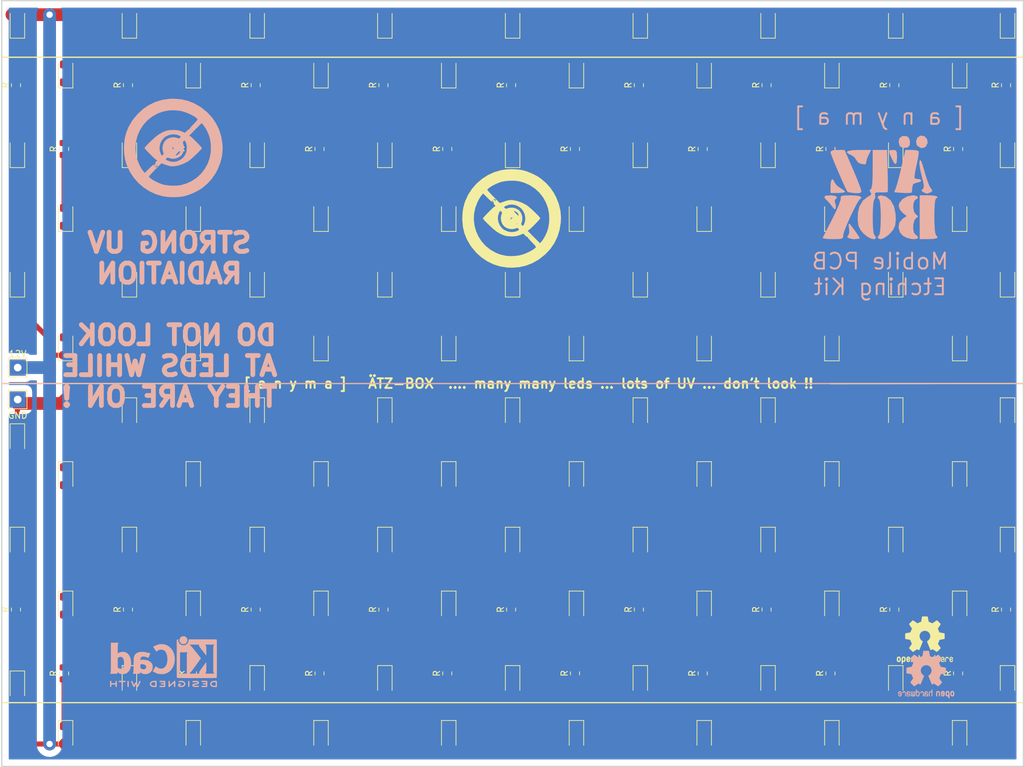
<source format=kicad_pcb>
(kicad_pcb (version 20171130) (host pcbnew "(5.0.1-3-g963ef8bb5)")
  (layers (0 F.Cu signal) (31 B.Cu signal hide) (34 B.Paste user hide) (35 F.Paste user hide) (36 B.SilkS user) (37 F.SilkS user) (38 B.Mask user) (39 F.Mask user) (44 Edge.Cuts user))
  (net 0 "")
  (module Symbol:OSHW-Logo2_9.8x8mm_SilkScreen (layer B.Cu) (at 194.7672 145.5928 180)
    (fp_text reference REF** hide)
    (fp_text value OSHW-Logo2_9.8x8mm_SilkScreen hide)
  )
  (module TestPoint:TestPoint_THTPad_2.5x2.5mm_Drill1.2mm (layer F.Cu) (at 52.5 102.5)
    (fp_text reference GND (at 0 2.5) (layer F.SilkS))
    (fp_text value "")
    (pad 1 thru_hole rect (at 0 0) (size 2.5 2.5) (drill 1.2) (layers *.Cu *.Mask))
  )
  (module LED_SMD:LED_1206_3216Metric (layer F.Cu) (at 180 73.88 90)
    (fp_text reference "" (at 0 -1.82 90) (layer F.SilkS))
    (fp_text value "")
    (pad 2 smd roundrect (at 1.4 0 90) (size 1.25 1.75) (layers F.Cu F.Paste F.Mask) (roundrect_rratio 0.2))
    (pad 1 smd roundrect (at -1.4 0 90) (size 1.25 1.75) (layers F.Cu F.Paste F.Mask) (roundrect_rratio 0.2))
  )
  (module LED_SMD:LED_1206_3216Metric (layer F.Cu) (at 207.5 84.16 90)
    (fp_text reference "" (at 0 -1.82 90) (layer F.SilkS))
    (fp_text value "")
    (pad 1 smd roundrect (at -1.4 0 90) (size 1.25 1.75) (layers F.Cu F.Paste F.Mask) (roundrect_rratio 0.2))
    (pad 2 smd roundrect (at 1.4 0 90) (size 1.25 1.75) (layers F.Cu F.Paste F.Mask) (roundrect_rratio 0.2))
  )
  (module LED_SMD:LED_1206_3216Metric (layer F.Cu) (at 180 155.079189 270)
    (fp_text reference "" (at 0 -1.82 270) (layer F.SilkS))
    (fp_text value "")
    (pad 2 smd roundrect (at 1.4 0 270) (size 1.25 1.75) (layers F.Cu F.Paste F.Mask) (roundrect_rratio 0.2))
    (pad 1 smd roundrect (at -1.4 0 270) (size 1.25 1.75) (layers F.Cu F.Paste F.Mask) (roundrect_rratio 0.2))
  )
  (module LED_SMD:LED_1206_3216Metric (layer F.Cu) (at 190 124.799189 270)
    (fp_text reference "" (at 0 -1.82 270) (layer F.SilkS))
    (fp_text value "")
    (pad 2 smd roundrect (at 1.4 0 270) (size 1.25 1.75) (layers F.Cu F.Paste F.Mask) (roundrect_rratio 0.2))
    (pad 1 smd roundrect (at -1.4 0 270) (size 1.25 1.75) (layers F.Cu F.Paste F.Mask) (roundrect_rratio 0.2))
  )
  (module LED_SMD:LED_1206_3216Metric (layer F.Cu) (at 190 84.16 90)
    (fp_text reference "" (at 0 -1.82 90) (layer F.SilkS))
    (fp_text value "")
    (pad 2 smd roundrect (at 1.4 0 90) (size 1.25 1.75) (layers F.Cu F.Paste F.Mask) (roundrect_rratio 0.2))
    (pad 1 smd roundrect (at -1.4 0 90) (size 1.25 1.75) (layers F.Cu F.Paste F.Mask) (roundrect_rratio 0.2))
  )
  (module LED_SMD:LED_1206_3216Metric (layer F.Cu) (at 190 146.479189 270)
    (fp_text reference "" (at 0 -1.82 270) (layer F.SilkS))
    (fp_text value "")
    (pad 1 smd roundrect (at -1.4 0 270) (size 1.25 1.75) (layers F.Cu F.Paste F.Mask) (roundrect_rratio 0.2))
    (pad 2 smd roundrect (at 1.4 0 270) (size 1.25 1.75) (layers F.Cu F.Paste F.Mask) (roundrect_rratio 0.2))
  )
  (module LED_SMD:LED_1206_3216Metric (layer F.Cu) (at 180 51.4 90)
    (fp_text reference "" (at 0 -1.82 90) (layer F.SilkS))
    (fp_text value "")
    (pad 1 smd roundrect (at -1.4 0 90) (size 1.25 1.75) (layers F.Cu F.Paste F.Mask) (roundrect_rratio 0.2))
    (pad 2 smd roundrect (at 1.4 0 90) (size 1.25 1.75) (layers F.Cu F.Paste F.Mask) (roundrect_rratio 0.2))
  )
  (module LED_SMD:LED_1206_3216Metric (layer F.Cu) (at 207.5 146.479189 270)
    (fp_text reference "" (at 0 -1.82 270) (layer F.SilkS))
    (fp_text value "")
    (pad 2 smd roundrect (at 1.4 0 270) (size 1.25 1.75) (layers F.Cu F.Paste F.Mask) (roundrect_rratio 0.2))
    (pad 1 smd roundrect (at -1.4 0 270) (size 1.25 1.75) (layers F.Cu F.Paste F.Mask) (roundrect_rratio 0.2))
  )
  (module LED_SMD:LED_1206_3216Metric (layer F.Cu) (at 200 94.16 90)
    (fp_text reference "" (at 0 -1.82 90) (layer F.SilkS))
    (fp_text value "")
    (pad 2 smd roundrect (at 1.4 0 90) (size 1.25 1.75) (layers F.Cu F.Paste F.Mask) (roundrect_rratio 0.2))
    (pad 1 smd roundrect (at -1.4 0 90) (size 1.25 1.75) (layers F.Cu F.Paste F.Mask) (roundrect_rratio 0.2))
  )
  (module Resistor_SMD:R_0805_2012Metric (layer F.Cu) (at 199.77 63.246 90)
    (fp_text reference R (at 0 -1.65 90) (layer F.SilkS))
    (fp_text value "")
    (pad 2 smd roundrect (at 0.9375 0 90) (size 0.975 1.4) (layers F.Cu F.Paste F.Mask))
    (pad 1 smd roundrect (at -0.9375 0 90) (size 0.975 1.4) (layers F.Cu F.Paste F.Mask))
  )
  (module LED_SMD:LED_1206_3216Metric (layer F.Cu) (at 200 155.079189 270)
    (fp_text reference "" (at 0 -1.82 270) (layer F.SilkS))
    (fp_text value "")
    (pad 1 smd roundrect (at -1.4 0 270) (size 1.25 1.75) (layers F.Cu F.Paste F.Mask) (roundrect_rratio 0.2))
    (pad 2 smd roundrect (at 1.4 0 270) (size 1.25 1.75) (layers F.Cu F.Paste F.Mask) (roundrect_rratio 0.2))
  )
  (module Resistor_SMD:R_0805_2012Metric (layer F.Cu) (at 207.27 53.246 90)
    (fp_text reference R (at 0 -1.65 270) (layer F.SilkS))
    (fp_text value "")
    (pad 1 smd roundrect (at -0.9375 0 90) (size 0.975 1.4) (layers F.Cu F.Paste F.Mask))
    (pad 2 smd roundrect (at 0.9375 0 90) (size 0.975 1.4) (layers F.Cu F.Paste F.Mask))
  )
  (module LED_SMD:LED_1206_3216Metric (layer F.Cu) (at 200 114.519189 270)
    (fp_text reference "" (at 0 -1.82 270) (layer F.SilkS))
    (fp_text value "")
    (pad 1 smd roundrect (at -1.4 0 270) (size 1.25 1.75) (layers F.Cu F.Paste F.Mask) (roundrect_rratio 0.2))
    (pad 2 smd roundrect (at 1.4 0 270) (size 1.25 1.75) (layers F.Cu F.Paste F.Mask) (roundrect_rratio 0.2))
  )
  (module LED_SMD:LED_1206_3216Metric (layer F.Cu) (at 200 51.4 90)
    (fp_text reference "" (at 0 -1.82 90) (layer F.SilkS))
    (fp_text value "")
    (pad 2 smd roundrect (at 1.4 0 90) (size 1.25 1.75) (layers F.Cu F.Paste F.Mask) (roundrect_rratio 0.2))
    (pad 1 smd roundrect (at -1.4 0 90) (size 1.25 1.75) (layers F.Cu F.Paste F.Mask) (roundrect_rratio 0.2))
  )
  (module Resistor_SMD:R_0805_2012Metric (layer F.Cu) (at 207.27 135.415 90)
    (fp_text reference R (at 0 -1.65 90) (layer F.SilkS))
    (fp_text value "")
    (pad 1 smd roundrect (at -0.9375 0 90) (size 0.975 1.4) (layers F.Cu F.Paste F.Mask))
    (pad 2 smd roundrect (at 0.9375 0 90) (size 0.975 1.4) (layers F.Cu F.Paste F.Mask))
  )
  (module Resistor_SMD:R_0805_2012Metric (layer F.Cu) (at 199.77 145.415 90)
    (fp_text reference R (at 0 -1.65 270) (layer F.SilkS))
    (fp_text value "")
    (pad 2 smd roundrect (at 0.9375 0 90) (size 0.975 1.4) (layers F.Cu F.Paste F.Mask))
    (pad 1 smd roundrect (at -0.9375 0 90) (size 0.975 1.4) (layers F.Cu F.Paste F.Mask))
  )
  (module LED_SMD:LED_1206_3216Metric (layer F.Cu) (at 200 134.799189 270)
    (fp_text reference "" (at 0 -1.82 270) (layer F.SilkS))
    (fp_text value "")
    (pad 2 smd roundrect (at 1.4 0 270) (size 1.25 1.75) (layers F.Cu F.Paste F.Mask) (roundrect_rratio 0.2))
    (pad 1 smd roundrect (at -1.4 0 270) (size 1.25 1.75) (layers F.Cu F.Paste F.Mask) (roundrect_rratio 0.2))
  )
  (module LED_SMD:LED_1206_3216Metric (layer F.Cu) (at 207.5 63.88 90)
    (fp_text reference "" (at 0 -1.82 90) (layer F.SilkS))
    (fp_text value "")
    (pad 2 smd roundrect (at 1.4 0 90) (size 1.25 1.75) (layers F.Cu F.Paste F.Mask) (roundrect_rratio 0.2))
    (pad 1 smd roundrect (at -1.4 0 90) (size 1.25 1.75) (layers F.Cu F.Paste F.Mask) (roundrect_rratio 0.2))
  )
  (module LED_SMD:LED_1206_3216Metric (layer F.Cu) (at 207.5 43.6 90)
    (fp_text reference "" (at 0 -1.82 90) (layer F.SilkS))
    (fp_text value "")
    (pad 1 smd roundrect (at -1.4 0 90) (size 1.25 1.75) (layers F.Cu F.Paste F.Mask) (roundrect_rratio 0.2))
    (pad 2 smd roundrect (at 1.4 0 90) (size 1.25 1.75) (layers F.Cu F.Paste F.Mask) (roundrect_rratio 0.2))
  )
  (module LED_SMD:LED_1206_3216Metric (layer F.Cu) (at 207.5 124.799189 270)
    (fp_text reference "" (at 0 -1.82 270) (layer F.SilkS))
    (fp_text value "")
    (pad 1 smd roundrect (at -1.4 0 270) (size 1.25 1.75) (layers F.Cu F.Paste F.Mask) (roundrect_rratio 0.2))
    (pad 2 smd roundrect (at 1.4 0 270) (size 1.25 1.75) (layers F.Cu F.Paste F.Mask) (roundrect_rratio 0.2))
  )
  (module LED_SMD:LED_1206_3216Metric (layer F.Cu) (at 207.5 104.519189 270)
    (fp_text reference "" (at 0 -1.82 270) (layer F.SilkS))
    (fp_text value "")
    (pad 2 smd roundrect (at 1.4 0 270) (size 1.25 1.75) (layers F.Cu F.Paste F.Mask) (roundrect_rratio 0.2))
    (pad 1 smd roundrect (at -1.4 0 270) (size 1.25 1.75) (layers F.Cu F.Paste F.Mask) (roundrect_rratio 0.2))
  )
  (module LED_SMD:LED_1206_3216Metric (layer F.Cu) (at 200 73.88 90)
    (fp_text reference "" (at 0 -1.82 90) (layer F.SilkS))
    (fp_text value "")
    (pad 1 smd roundrect (at -1.4 0 90) (size 1.25 1.75) (layers F.Cu F.Paste F.Mask) (roundrect_rratio 0.2))
    (pad 2 smd roundrect (at 1.4 0 90) (size 1.25 1.75) (layers F.Cu F.Paste F.Mask) (roundrect_rratio 0.2))
  )
  (module LED_SMD:LED_1206_3216Metric (layer F.Cu) (at 180 134.799189 270)
    (fp_text reference "" (at 0 -1.82 270) (layer F.SilkS))
    (fp_text value "")
    (pad 1 smd roundrect (at -1.4 0 270) (size 1.25 1.75) (layers F.Cu F.Paste F.Mask) (roundrect_rratio 0.2))
    (pad 2 smd roundrect (at 1.4 0 270) (size 1.25 1.75) (layers F.Cu F.Paste F.Mask) (roundrect_rratio 0.2))
  )
  (module Resistor_SMD:R_0805_2012Metric (layer F.Cu) (at 179.77 63.246 90)
    (fp_text reference R (at 0 -1.65 90) (layer F.SilkS))
    (fp_text value "")
    (pad 1 smd roundrect (at -0.9375 0 90) (size 0.975 1.4) (layers F.Cu F.Paste F.Mask))
    (pad 2 smd roundrect (at 0.9375 0 90) (size 0.975 1.4) (layers F.Cu F.Paste F.Mask))
  )
  (module Resistor_SMD:R_0805_2012Metric (layer F.Cu) (at 179.77 145.415 90)
    (fp_text reference R (at 0 -1.65 270) (layer F.SilkS))
    (fp_text value "")
    (pad 1 smd roundrect (at -0.9375 0 90) (size 0.975 1.4) (layers F.Cu F.Paste F.Mask))
    (pad 2 smd roundrect (at 0.9375 0 90) (size 0.975 1.4) (layers F.Cu F.Paste F.Mask))
  )
  (module Resistor_SMD:R_0805_2012Metric (layer F.Cu) (at 189.77 135.415 90)
    (fp_text reference R (at 0 -1.65 90) (layer F.SilkS))
    (fp_text value "")
    (pad 2 smd roundrect (at 0.9375 0 90) (size 0.975 1.4) (layers F.Cu F.Paste F.Mask))
    (pad 1 smd roundrect (at -0.9375 0 90) (size 0.975 1.4) (layers F.Cu F.Paste F.Mask))
  )
  (module LED_SMD:LED_1206_3216Metric (layer F.Cu) (at 190 63.88 90)
    (fp_text reference "" (at 0 -1.82 90) (layer F.SilkS))
    (fp_text value "")
    (pad 1 smd roundrect (at -1.4 0 90) (size 1.25 1.75) (layers F.Cu F.Paste F.Mask) (roundrect_rratio 0.2))
    (pad 2 smd roundrect (at 1.4 0 90) (size 1.25 1.75) (layers F.Cu F.Paste F.Mask) (roundrect_rratio 0.2))
  )
  (module LED_SMD:LED_1206_3216Metric (layer F.Cu) (at 190 43.6 90)
    (fp_text reference "" (at 0 -1.82 90) (layer F.SilkS))
    (fp_text value "")
    (pad 2 smd roundrect (at 1.4 0 90) (size 1.25 1.75) (layers F.Cu F.Paste F.Mask) (roundrect_rratio 0.2))
    (pad 1 smd roundrect (at -1.4 0 90) (size 1.25 1.75) (layers F.Cu F.Paste F.Mask) (roundrect_rratio 0.2))
  )
  (module LED_SMD:LED_1206_3216Metric (layer F.Cu) (at 180 94.16 90)
    (fp_text reference "" (at 0 -1.82 90) (layer F.SilkS))
    (fp_text value "")
    (pad 1 smd roundrect (at -1.4 0 90) (size 1.25 1.75) (layers F.Cu F.Paste F.Mask) (roundrect_rratio 0.2))
    (pad 2 smd roundrect (at 1.4 0 90) (size 1.25 1.75) (layers F.Cu F.Paste F.Mask) (roundrect_rratio 0.2))
  )
  (module LED_SMD:LED_1206_3216Metric (layer F.Cu) (at 180 114.519189 270)
    (fp_text reference "" (at 0 -1.82 270) (layer F.SilkS))
    (fp_text value "")
    (pad 2 smd roundrect (at 1.4 0 270) (size 1.25 1.75) (layers F.Cu F.Paste F.Mask) (roundrect_rratio 0.2))
    (pad 1 smd roundrect (at -1.4 0 270) (size 1.25 1.75) (layers F.Cu F.Paste F.Mask) (roundrect_rratio 0.2))
  )
  (module LED_SMD:LED_1206_3216Metric (layer F.Cu) (at 190 104.519189 270)
    (fp_text reference "" (at 0 -1.82 270) (layer F.SilkS))
    (fp_text value "")
    (pad 1 smd roundrect (at -1.4 0 270) (size 1.25 1.75) (layers F.Cu F.Paste F.Mask) (roundrect_rratio 0.2))
    (pad 2 smd roundrect (at 1.4 0 270) (size 1.25 1.75) (layers F.Cu F.Paste F.Mask) (roundrect_rratio 0.2))
  )
  (module Resistor_SMD:R_0805_2012Metric (layer F.Cu) (at 189.77 53.246 90)
    (fp_text reference R (at 0 -1.65 270) (layer F.SilkS))
    (fp_text value "")
    (pad 2 smd roundrect (at 0.9375 0 90) (size 0.975 1.4) (layers F.Cu F.Paste F.Mask))
    (pad 1 smd roundrect (at -0.9375 0 90) (size 0.975 1.4) (layers F.Cu F.Paste F.Mask))
  )
  (module Resistor_SMD:R_0805_2012Metric (layer F.Cu) (at 139.77 145.415 90)
    (fp_text reference R (at 0 -1.65 270) (layer F.SilkS))
    (fp_text value "")
    (pad 2 smd roundrect (at 0.9375 0 90) (size 0.975 1.4) (layers F.Cu F.Paste F.Mask))
    (pad 1 smd roundrect (at -0.9375 0 90) (size 0.975 1.4) (layers F.Cu F.Paste F.Mask))
  )
  (module Resistor_SMD:R_0805_2012Metric (layer F.Cu) (at 149.77 135.415 90)
    (fp_text reference R (at 0 -1.65 90) (layer F.SilkS))
    (fp_text value "")
    (pad 1 smd roundrect (at -0.9375 0 90) (size 0.975 1.4) (layers F.Cu F.Paste F.Mask))
    (pad 2 smd roundrect (at 0.9375 0 90) (size 0.975 1.4) (layers F.Cu F.Paste F.Mask))
  )
  (module LED_SMD:LED_1206_3216Metric (layer F.Cu) (at 150 63.88 90)
    (fp_text reference "" (at 0 -1.82 90) (layer F.SilkS))
    (fp_text value "")
    (pad 2 smd roundrect (at 1.4 0 90) (size 1.25 1.75) (layers F.Cu F.Paste F.Mask) (roundrect_rratio 0.2))
    (pad 1 smd roundrect (at -1.4 0 90) (size 1.25 1.75) (layers F.Cu F.Paste F.Mask) (roundrect_rratio 0.2))
  )
  (module LED_SMD:LED_1206_3216Metric (layer F.Cu) (at 150 43.6 90)
    (fp_text reference "" (at 0 -1.82 90) (layer F.SilkS))
    (fp_text value "")
    (pad 1 smd roundrect (at -1.4 0 90) (size 1.25 1.75) (layers F.Cu F.Paste F.Mask) (roundrect_rratio 0.2))
    (pad 2 smd roundrect (at 1.4 0 90) (size 1.25 1.75) (layers F.Cu F.Paste F.Mask) (roundrect_rratio 0.2))
  )
  (module LED_SMD:LED_1206_3216Metric (layer F.Cu) (at 140 73.88 90)
    (fp_text reference "" (at 0 -1.82 90) (layer F.SilkS))
    (fp_text value "")
    (pad 1 smd roundrect (at -1.4 0 90) (size 1.25 1.75) (layers F.Cu F.Paste F.Mask) (roundrect_rratio 0.2))
    (pad 2 smd roundrect (at 1.4 0 90) (size 1.25 1.75) (layers F.Cu F.Paste F.Mask) (roundrect_rratio 0.2))
  )
  (module LED_SMD:LED_1206_3216Metric (layer F.Cu) (at 150 124.799189 270)
    (fp_text reference "" (at 0 -1.82 270) (layer F.SilkS))
    (fp_text value "")
    (pad 1 smd roundrect (at -1.4 0 270) (size 1.25 1.75) (layers F.Cu F.Paste F.Mask) (roundrect_rratio 0.2))
    (pad 2 smd roundrect (at 1.4 0 270) (size 1.25 1.75) (layers F.Cu F.Paste F.Mask) (roundrect_rratio 0.2))
  )
  (module LED_SMD:LED_1206_3216Metric (layer F.Cu) (at 150 84.16 90)
    (fp_text reference "" (at 0 -1.82 90) (layer F.SilkS))
    (fp_text value "")
    (pad 1 smd roundrect (at -1.4 0 90) (size 1.25 1.75) (layers F.Cu F.Paste F.Mask) (roundrect_rratio 0.2))
    (pad 2 smd roundrect (at 1.4 0 90) (size 1.25 1.75) (layers F.Cu F.Paste F.Mask) (roundrect_rratio 0.2))
  )
  (module LED_SMD:LED_1206_3216Metric (layer F.Cu) (at 150 146.479189 270)
    (fp_text reference "" (at 0 -1.82 270) (layer F.SilkS))
    (fp_text value "")
    (pad 2 smd roundrect (at 1.4 0 270) (size 1.25 1.75) (layers F.Cu F.Paste F.Mask) (roundrect_rratio 0.2))
    (pad 1 smd roundrect (at -1.4 0 270) (size 1.25 1.75) (layers F.Cu F.Paste F.Mask) (roundrect_rratio 0.2))
  )
  (module LED_SMD:LED_1206_3216Metric (layer F.Cu) (at 140 51.4 90)
    (fp_text reference "" (at 0 -1.82 90) (layer F.SilkS))
    (fp_text value "")
    (pad 2 smd roundrect (at 1.4 0 90) (size 1.25 1.75) (layers F.Cu F.Paste F.Mask) (roundrect_rratio 0.2))
    (pad 1 smd roundrect (at -1.4 0 90) (size 1.25 1.75) (layers F.Cu F.Paste F.Mask) (roundrect_rratio 0.2))
  )
  (module LED_SMD:LED_1206_3216Metric (layer F.Cu) (at 140 94.16 90)
    (fp_text reference "" (at 0 -1.82 90) (layer F.SilkS))
    (fp_text value "")
    (pad 2 smd roundrect (at 1.4 0 90) (size 1.25 1.75) (layers F.Cu F.Paste F.Mask) (roundrect_rratio 0.2))
    (pad 1 smd roundrect (at -1.4 0 90) (size 1.25 1.75) (layers F.Cu F.Paste F.Mask) (roundrect_rratio 0.2))
  )
  (module LED_SMD:LED_1206_3216Metric (layer F.Cu) (at 170 84.16 90)
    (fp_text reference "" (at 0 -1.82 90) (layer F.SilkS))
    (fp_text value "")
    (pad 2 smd roundrect (at 1.4 0 90) (size 1.25 1.75) (layers F.Cu F.Paste F.Mask) (roundrect_rratio 0.2))
    (pad 1 smd roundrect (at -1.4 0 90) (size 1.25 1.75) (layers F.Cu F.Paste F.Mask) (roundrect_rratio 0.2))
  )
  (module LED_SMD:LED_1206_3216Metric (layer F.Cu) (at 170 146.479189 270)
    (fp_text reference "" (at 0 -1.82 270) (layer F.SilkS))
    (fp_text value "")
    (pad 1 smd roundrect (at -1.4 0 270) (size 1.25 1.75) (layers F.Cu F.Paste F.Mask) (roundrect_rratio 0.2))
    (pad 2 smd roundrect (at 1.4 0 270) (size 1.25 1.75) (layers F.Cu F.Paste F.Mask) (roundrect_rratio 0.2))
  )
  (module LED_SMD:LED_1206_3216Metric (layer F.Cu) (at 160 94.16 90)
    (fp_text reference "" (at 0 -1.82 90) (layer F.SilkS))
    (fp_text value "")
    (pad 1 smd roundrect (at -1.4 0 90) (size 1.25 1.75) (layers F.Cu F.Paste F.Mask) (roundrect_rratio 0.2))
    (pad 2 smd roundrect (at 1.4 0 90) (size 1.25 1.75) (layers F.Cu F.Paste F.Mask) (roundrect_rratio 0.2))
  )
  (module Resistor_SMD:R_0805_2012Metric (layer F.Cu) (at 159.77 63.246 90)
    (fp_text reference R (at 0 -1.65 90) (layer F.SilkS))
    (fp_text value "")
    (pad 1 smd roundrect (at -0.9375 0 90) (size 0.975 1.4) (layers F.Cu F.Paste F.Mask))
    (pad 2 smd roundrect (at 0.9375 0 90) (size 0.975 1.4) (layers F.Cu F.Paste F.Mask))
  )
  (module LED_SMD:LED_1206_3216Metric (layer F.Cu) (at 160 155.079189 270)
    (fp_text reference "" (at 0 -1.82 270) (layer F.SilkS))
    (fp_text value "")
    (pad 2 smd roundrect (at 1.4 0 270) (size 1.25 1.75) (layers F.Cu F.Paste F.Mask) (roundrect_rratio 0.2))
    (pad 1 smd roundrect (at -1.4 0 270) (size 1.25 1.75) (layers F.Cu F.Paste F.Mask) (roundrect_rratio 0.2))
  )
  (module Resistor_SMD:R_0805_2012Metric (layer F.Cu) (at 169.77 53.246 90)
    (fp_text reference R (at 0 -1.65 270) (layer F.SilkS))
    (fp_text value "")
    (pad 2 smd roundrect (at 0.9375 0 90) (size 0.975 1.4) (layers F.Cu F.Paste F.Mask))
    (pad 1 smd roundrect (at -0.9375 0 90) (size 0.975 1.4) (layers F.Cu F.Paste F.Mask))
  )
  (module LED_SMD:LED_1206_3216Metric (layer F.Cu) (at 160 114.519189 270)
    (fp_text reference "" (at 0 -1.82 270) (layer F.SilkS))
    (fp_text value "")
    (pad 2 smd roundrect (at 1.4 0 270) (size 1.25 1.75) (layers F.Cu F.Paste F.Mask) (roundrect_rratio 0.2))
    (pad 1 smd roundrect (at -1.4 0 270) (size 1.25 1.75) (layers F.Cu F.Paste F.Mask) (roundrect_rratio 0.2))
  )
  (module LED_SMD:LED_1206_3216Metric (layer F.Cu) (at 160 51.4 90)
    (fp_text reference "" (at 0 -1.82 90) (layer F.SilkS))
    (fp_text value "")
    (pad 1 smd roundrect (at -1.4 0 90) (size 1.25 1.75) (layers F.Cu F.Paste F.Mask) (roundrect_rratio 0.2))
    (pad 2 smd roundrect (at 1.4 0 90) (size 1.25 1.75) (layers F.Cu F.Paste F.Mask) (roundrect_rratio 0.2))
  )
  (module Resistor_SMD:R_0805_2012Metric (layer F.Cu) (at 169.77 135.415 90)
    (fp_text reference R (at 0 -1.65 90) (layer F.SilkS))
    (fp_text value "")
    (pad 2 smd roundrect (at 0.9375 0 90) (size 0.975 1.4) (layers F.Cu F.Paste F.Mask))
    (pad 1 smd roundrect (at -0.9375 0 90) (size 0.975 1.4) (layers F.Cu F.Paste F.Mask))
  )
  (module Resistor_SMD:R_0805_2012Metric (layer F.Cu) (at 159.77 145.415 90)
    (fp_text reference R (at 0 -1.65 270) (layer F.SilkS))
    (fp_text value "")
    (pad 1 smd roundrect (at -0.9375 0 90) (size 0.975 1.4) (layers F.Cu F.Paste F.Mask))
    (pad 2 smd roundrect (at 0.9375 0 90) (size 0.975 1.4) (layers F.Cu F.Paste F.Mask))
  )
  (module LED_SMD:LED_1206_3216Metric (layer F.Cu) (at 160 134.799189 270)
    (fp_text reference "" (at 0 -1.82 270) (layer F.SilkS))
    (fp_text value "")
    (pad 1 smd roundrect (at -1.4 0 270) (size 1.25 1.75) (layers F.Cu F.Paste F.Mask) (roundrect_rratio 0.2))
    (pad 2 smd roundrect (at 1.4 0 270) (size 1.25 1.75) (layers F.Cu F.Paste F.Mask) (roundrect_rratio 0.2))
  )
  (module LED_SMD:LED_1206_3216Metric (layer F.Cu) (at 170 63.88 90)
    (fp_text reference "" (at 0 -1.82 90) (layer F.SilkS))
    (fp_text value "")
    (pad 1 smd roundrect (at -1.4 0 90) (size 1.25 1.75) (layers F.Cu F.Paste F.Mask) (roundrect_rratio 0.2))
    (pad 2 smd roundrect (at 1.4 0 90) (size 1.25 1.75) (layers F.Cu F.Paste F.Mask) (roundrect_rratio 0.2))
  )
  (module LED_SMD:LED_1206_3216Metric (layer F.Cu) (at 170 43.6 90)
    (fp_text reference "" (at 0 -1.82 90) (layer F.SilkS))
    (fp_text value "")
    (pad 2 smd roundrect (at 1.4 0 90) (size 1.25 1.75) (layers F.Cu F.Paste F.Mask) (roundrect_rratio 0.2))
    (pad 1 smd roundrect (at -1.4 0 90) (size 1.25 1.75) (layers F.Cu F.Paste F.Mask) (roundrect_rratio 0.2))
  )
  (module LED_SMD:LED_1206_3216Metric (layer F.Cu) (at 170 124.799189 270)
    (fp_text reference "" (at 0 -1.82 270) (layer F.SilkS))
    (fp_text value "")
    (pad 2 smd roundrect (at 1.4 0 270) (size 1.25 1.75) (layers F.Cu F.Paste F.Mask) (roundrect_rratio 0.2))
    (pad 1 smd roundrect (at -1.4 0 270) (size 1.25 1.75) (layers F.Cu F.Paste F.Mask) (roundrect_rratio 0.2))
  )
  (module LED_SMD:LED_1206_3216Metric (layer F.Cu) (at 170 104.519189 270)
    (fp_text reference "" (at 0 -1.82 270) (layer F.SilkS))
    (fp_text value "")
    (pad 1 smd roundrect (at -1.4 0 270) (size 1.25 1.75) (layers F.Cu F.Paste F.Mask) (roundrect_rratio 0.2))
    (pad 2 smd roundrect (at 1.4 0 270) (size 1.25 1.75) (layers F.Cu F.Paste F.Mask) (roundrect_rratio 0.2))
  )
  (module LED_SMD:LED_1206_3216Metric (layer F.Cu) (at 160 73.88 90)
    (fp_text reference "" (at 0 -1.82 90) (layer F.SilkS))
    (fp_text value "")
    (pad 2 smd roundrect (at 1.4 0 90) (size 1.25 1.75) (layers F.Cu F.Paste F.Mask) (roundrect_rratio 0.2))
    (pad 1 smd roundrect (at -1.4 0 90) (size 1.25 1.75) (layers F.Cu F.Paste F.Mask) (roundrect_rratio 0.2))
  )
  (module LED_SMD:LED_1206_3216Metric (layer F.Cu) (at 140 134.799189 270)
    (fp_text reference "" (at 0 -1.82 270) (layer F.SilkS))
    (fp_text value "")
    (pad 2 smd roundrect (at 1.4 0 270) (size 1.25 1.75) (layers F.Cu F.Paste F.Mask) (roundrect_rratio 0.2))
    (pad 1 smd roundrect (at -1.4 0 270) (size 1.25 1.75) (layers F.Cu F.Paste F.Mask) (roundrect_rratio 0.2))
  )
  (module LED_SMD:LED_1206_3216Metric (layer F.Cu) (at 140 155.079189 270)
    (fp_text reference "" (at 0 -1.82 270) (layer F.SilkS))
    (fp_text value "")
    (pad 1 smd roundrect (at -1.4 0 270) (size 1.25 1.75) (layers F.Cu F.Paste F.Mask) (roundrect_rratio 0.2))
    (pad 2 smd roundrect (at 1.4 0 270) (size 1.25 1.75) (layers F.Cu F.Paste F.Mask) (roundrect_rratio 0.2))
  )
  (module LED_SMD:LED_1206_3216Metric (layer F.Cu) (at 140 114.519189 270)
    (fp_text reference "" (at 0 -1.82 270) (layer F.SilkS))
    (fp_text value "")
    (pad 1 smd roundrect (at -1.4 0 270) (size 1.25 1.75) (layers F.Cu F.Paste F.Mask) (roundrect_rratio 0.2))
    (pad 2 smd roundrect (at 1.4 0 270) (size 1.25 1.75) (layers F.Cu F.Paste F.Mask) (roundrect_rratio 0.2))
  )
  (module LED_SMD:LED_1206_3216Metric (layer F.Cu) (at 150 104.519189 270)
    (fp_text reference "" (at 0 -1.82 270) (layer F.SilkS))
    (fp_text value "")
    (pad 2 smd roundrect (at 1.4 0 270) (size 1.25 1.75) (layers F.Cu F.Paste F.Mask) (roundrect_rratio 0.2))
    (pad 1 smd roundrect (at -1.4 0 270) (size 1.25 1.75) (layers F.Cu F.Paste F.Mask) (roundrect_rratio 0.2))
  )
  (module Resistor_SMD:R_0805_2012Metric (layer F.Cu) (at 139.77 63.246 90)
    (fp_text reference R (at 0 -1.65 90) (layer F.SilkS))
    (fp_text value "")
    (pad 2 smd roundrect (at 0.9375 0 90) (size 0.975 1.4) (layers F.Cu F.Paste F.Mask))
    (pad 1 smd roundrect (at -0.9375 0 90) (size 0.975 1.4) (layers F.Cu F.Paste F.Mask))
  )
  (module Resistor_SMD:R_0805_2012Metric (layer F.Cu) (at 149.77 53.246 90)
    (fp_text reference R (at 0 -1.65 270) (layer F.SilkS))
    (fp_text value "")
    (pad 1 smd roundrect (at -0.9375 0 90) (size 0.975 1.4) (layers F.Cu F.Paste F.Mask))
    (pad 2 smd roundrect (at 0.9375 0 90) (size 0.975 1.4) (layers F.Cu F.Paste F.Mask))
  )
  (module Resistor_SMD:R_0805_2012Metric (layer F.Cu) (at 99.77 145.415 90)
    (fp_text reference R (at 0 -1.65 270) (layer F.SilkS))
    (fp_text value "")
    (pad 1 smd roundrect (at -0.9375 0 90) (size 0.975 1.4) (layers F.Cu F.Paste F.Mask))
    (pad 2 smd roundrect (at 0.9375 0 90) (size 0.975 1.4) (layers F.Cu F.Paste F.Mask))
  )
  (module Resistor_SMD:R_0805_2012Metric (layer F.Cu) (at 109.77 135.415 90)
    (fp_text reference R (at 0 -1.65 90) (layer F.SilkS))
    (fp_text value "")
    (pad 2 smd roundrect (at 0.9375 0 90) (size 0.975 1.4) (layers F.Cu F.Paste F.Mask))
    (pad 1 smd roundrect (at -0.9375 0 90) (size 0.975 1.4) (layers F.Cu F.Paste F.Mask))
  )
  (module LED_SMD:LED_1206_3216Metric (layer F.Cu) (at 110 63.88 90)
    (fp_text reference "" (at 0 -1.82 90) (layer F.SilkS))
    (fp_text value "")
    (pad 1 smd roundrect (at -1.4 0 90) (size 1.25 1.75) (layers F.Cu F.Paste F.Mask) (roundrect_rratio 0.2))
    (pad 2 smd roundrect (at 1.4 0 90) (size 1.25 1.75) (layers F.Cu F.Paste F.Mask) (roundrect_rratio 0.2))
  )
  (module LED_SMD:LED_1206_3216Metric (layer F.Cu) (at 110 43.6 90)
    (fp_text reference "" (at 0 -1.82 90) (layer F.SilkS))
    (fp_text value "")
    (pad 2 smd roundrect (at 1.4 0 90) (size 1.25 1.75) (layers F.Cu F.Paste F.Mask) (roundrect_rratio 0.2))
    (pad 1 smd roundrect (at -1.4 0 90) (size 1.25 1.75) (layers F.Cu F.Paste F.Mask) (roundrect_rratio 0.2))
  )
  (module LED_SMD:LED_1206_3216Metric (layer F.Cu) (at 100 73.88 90)
    (fp_text reference "" (at 0 -1.82 90) (layer F.SilkS))
    (fp_text value "")
    (pad 2 smd roundrect (at 1.4 0 90) (size 1.25 1.75) (layers F.Cu F.Paste F.Mask) (roundrect_rratio 0.2))
    (pad 1 smd roundrect (at -1.4 0 90) (size 1.25 1.75) (layers F.Cu F.Paste F.Mask) (roundrect_rratio 0.2))
  )
  (module LED_SMD:LED_1206_3216Metric (layer F.Cu) (at 110 124.799189 270)
    (fp_text reference "" (at 0 -1.82 270) (layer F.SilkS))
    (fp_text value "")
    (pad 2 smd roundrect (at 1.4 0 270) (size 1.25 1.75) (layers F.Cu F.Paste F.Mask) (roundrect_rratio 0.2))
    (pad 1 smd roundrect (at -1.4 0 270) (size 1.25 1.75) (layers F.Cu F.Paste F.Mask) (roundrect_rratio 0.2))
  )
  (module LED_SMD:LED_1206_3216Metric (layer F.Cu) (at 110 84.16 90)
    (fp_text reference "" (at 0 -1.82 90) (layer F.SilkS))
    (fp_text value "")
    (pad 2 smd roundrect (at 1.4 0 90) (size 1.25 1.75) (layers F.Cu F.Paste F.Mask) (roundrect_rratio 0.2))
    (pad 1 smd roundrect (at -1.4 0 90) (size 1.25 1.75) (layers F.Cu F.Paste F.Mask) (roundrect_rratio 0.2))
  )
  (module LED_SMD:LED_1206_3216Metric (layer F.Cu) (at 110 146.479189 270)
    (fp_text reference "" (at 0 -1.82 270) (layer F.SilkS))
    (fp_text value "")
    (pad 1 smd roundrect (at -1.4 0 270) (size 1.25 1.75) (layers F.Cu F.Paste F.Mask) (roundrect_rratio 0.2))
    (pad 2 smd roundrect (at 1.4 0 270) (size 1.25 1.75) (layers F.Cu F.Paste F.Mask) (roundrect_rratio 0.2))
  )
  (module LED_SMD:LED_1206_3216Metric (layer F.Cu) (at 100 51.4 90)
    (fp_text reference "" (at 0 -1.82 90) (layer F.SilkS))
    (fp_text value "")
    (pad 1 smd roundrect (at -1.4 0 90) (size 1.25 1.75) (layers F.Cu F.Paste F.Mask) (roundrect_rratio 0.2))
    (pad 2 smd roundrect (at 1.4 0 90) (size 1.25 1.75) (layers F.Cu F.Paste F.Mask) (roundrect_rratio 0.2))
  )
  (module LED_SMD:LED_1206_3216Metric (layer F.Cu) (at 100 94.16 90)
    (fp_text reference "" (at 0 -1.82 90) (layer F.SilkS))
    (fp_text value "")
    (pad 1 smd roundrect (at -1.4 0 90) (size 1.25 1.75) (layers F.Cu F.Paste F.Mask) (roundrect_rratio 0.2))
    (pad 2 smd roundrect (at 1.4 0 90) (size 1.25 1.75) (layers F.Cu F.Paste F.Mask) (roundrect_rratio 0.2))
  )
  (module LED_SMD:LED_1206_3216Metric (layer F.Cu) (at 130 84.16 90)
    (fp_text reference "" (at 0 -1.82 90) (layer F.SilkS))
    (fp_text value "")
    (pad 1 smd roundrect (at -1.4 0 90) (size 1.25 1.75) (layers F.Cu F.Paste F.Mask) (roundrect_rratio 0.2))
    (pad 2 smd roundrect (at 1.4 0 90) (size 1.25 1.75) (layers F.Cu F.Paste F.Mask) (roundrect_rratio 0.2))
  )
  (module LED_SMD:LED_1206_3216Metric (layer F.Cu) (at 130 146.479189 270)
    (fp_text reference "" (at 0 -1.82 270) (layer F.SilkS))
    (fp_text value "")
    (pad 2 smd roundrect (at 1.4 0 270) (size 1.25 1.75) (layers F.Cu F.Paste F.Mask) (roundrect_rratio 0.2))
    (pad 1 smd roundrect (at -1.4 0 270) (size 1.25 1.75) (layers F.Cu F.Paste F.Mask) (roundrect_rratio 0.2))
  )
  (module LED_SMD:LED_1206_3216Metric (layer F.Cu) (at 120 94.16 90)
    (fp_text reference "" (at 0 -1.82 90) (layer F.SilkS))
    (fp_text value "")
    (pad 2 smd roundrect (at 1.4 0 90) (size 1.25 1.75) (layers F.Cu F.Paste F.Mask) (roundrect_rratio 0.2))
    (pad 1 smd roundrect (at -1.4 0 90) (size 1.25 1.75) (layers F.Cu F.Paste F.Mask) (roundrect_rratio 0.2))
  )
  (module Resistor_SMD:R_0805_2012Metric (layer F.Cu) (at 119.77 63.246 90)
    (fp_text reference R (at 0 -1.65 90) (layer F.SilkS))
    (fp_text value "")
    (pad 2 smd roundrect (at 0.9375 0 90) (size 0.975 1.4) (layers F.Cu F.Paste F.Mask))
    (pad 1 smd roundrect (at -0.9375 0 90) (size 0.975 1.4) (layers F.Cu F.Paste F.Mask))
  )
  (module LED_SMD:LED_1206_3216Metric (layer F.Cu) (at 120 155.079189 270)
    (fp_text reference "" (at 0 -1.82 270) (layer F.SilkS))
    (fp_text value "")
    (pad 1 smd roundrect (at -1.4 0 270) (size 1.25 1.75) (layers F.Cu F.Paste F.Mask) (roundrect_rratio 0.2))
    (pad 2 smd roundrect (at 1.4 0 270) (size 1.25 1.75) (layers F.Cu F.Paste F.Mask) (roundrect_rratio 0.2))
  )
  (module Resistor_SMD:R_0805_2012Metric (layer F.Cu) (at 129.77 53.246 90)
    (fp_text reference R (at 0 -1.65 270) (layer F.SilkS))
    (fp_text value "")
    (pad 1 smd roundrect (at -0.9375 0 90) (size 0.975 1.4) (layers F.Cu F.Paste F.Mask))
    (pad 2 smd roundrect (at 0.9375 0 90) (size 0.975 1.4) (layers F.Cu F.Paste F.Mask))
  )
  (module LED_SMD:LED_1206_3216Metric (layer F.Cu) (at 120 114.519189 270)
    (fp_text reference "" (at 0 -1.82 270) (layer F.SilkS))
    (fp_text value "")
    (pad 1 smd roundrect (at -1.4 0 270) (size 1.25 1.75) (layers F.Cu F.Paste F.Mask) (roundrect_rratio 0.2))
    (pad 2 smd roundrect (at 1.4 0 270) (size 1.25 1.75) (layers F.Cu F.Paste F.Mask) (roundrect_rratio 0.2))
  )
  (module LED_SMD:LED_1206_3216Metric (layer F.Cu) (at 120 51.4 90)
    (fp_text reference "" (at 0 -1.82 90) (layer F.SilkS))
    (fp_text value "")
    (pad 2 smd roundrect (at 1.4 0 90) (size 1.25 1.75) (layers F.Cu F.Paste F.Mask) (roundrect_rratio 0.2))
    (pad 1 smd roundrect (at -1.4 0 90) (size 1.25 1.75) (layers F.Cu F.Paste F.Mask) (roundrect_rratio 0.2))
  )
  (module Resistor_SMD:R_0805_2012Metric (layer F.Cu) (at 129.77 135.415 90)
    (fp_text reference R (at 0 -1.65 90) (layer F.SilkS))
    (fp_text value "")
    (pad 1 smd roundrect (at -0.9375 0 90) (size 0.975 1.4) (layers F.Cu F.Paste F.Mask))
    (pad 2 smd roundrect (at 0.9375 0 90) (size 0.975 1.4) (layers F.Cu F.Paste F.Mask))
  )
  (module Resistor_SMD:R_0805_2012Metric (layer F.Cu) (at 119.77 145.415 90)
    (fp_text reference R (at 0 -1.65 270) (layer F.SilkS))
    (fp_text value "")
    (pad 2 smd roundrect (at 0.9375 0 90) (size 0.975 1.4) (layers F.Cu F.Paste F.Mask))
    (pad 1 smd roundrect (at -0.9375 0 90) (size 0.975 1.4) (layers F.Cu F.Paste F.Mask))
  )
  (module LED_SMD:LED_1206_3216Metric (layer F.Cu) (at 120 134.799189 270)
    (fp_text reference "" (at 0 -1.82 270) (layer F.SilkS))
    (fp_text value "")
    (pad 2 smd roundrect (at 1.4 0 270) (size 1.25 1.75) (layers F.Cu F.Paste F.Mask) (roundrect_rratio 0.2))
    (pad 1 smd roundrect (at -1.4 0 270) (size 1.25 1.75) (layers F.Cu F.Paste F.Mask) (roundrect_rratio 0.2))
  )
  (module LED_SMD:LED_1206_3216Metric (layer F.Cu) (at 130 63.88 90)
    (fp_text reference "" (at 0 -1.82 90) (layer F.SilkS))
    (fp_text value "")
    (pad 2 smd roundrect (at 1.4 0 90) (size 1.25 1.75) (layers F.Cu F.Paste F.Mask) (roundrect_rratio 0.2))
    (pad 1 smd roundrect (at -1.4 0 90) (size 1.25 1.75) (layers F.Cu F.Paste F.Mask) (roundrect_rratio 0.2))
  )
  (module LED_SMD:LED_1206_3216Metric (layer F.Cu) (at 130 43.6 90)
    (fp_text reference "" (at 0 -1.82 90) (layer F.SilkS))
    (fp_text value "")
    (pad 1 smd roundrect (at -1.4 0 90) (size 1.25 1.75) (layers F.Cu F.Paste F.Mask) (roundrect_rratio 0.2))
    (pad 2 smd roundrect (at 1.4 0 90) (size 1.25 1.75) (layers F.Cu F.Paste F.Mask) (roundrect_rratio 0.2))
  )
  (module LED_SMD:LED_1206_3216Metric (layer F.Cu) (at 130 124.799189 270)
    (fp_text reference "" (at 0 -1.82 270) (layer F.SilkS))
    (fp_text value "")
    (pad 1 smd roundrect (at -1.4 0 270) (size 1.25 1.75) (layers F.Cu F.Paste F.Mask) (roundrect_rratio 0.2))
    (pad 2 smd roundrect (at 1.4 0 270) (size 1.25 1.75) (layers F.Cu F.Paste F.Mask) (roundrect_rratio 0.2))
  )
  (module LED_SMD:LED_1206_3216Metric (layer F.Cu) (at 130 104.519189 270)
    (fp_text reference "" (at 0 -1.82 270) (layer F.SilkS))
    (fp_text value "")
    (pad 2 smd roundrect (at 1.4 0 270) (size 1.25 1.75) (layers F.Cu F.Paste F.Mask) (roundrect_rratio 0.2))
    (pad 1 smd roundrect (at -1.4 0 270) (size 1.25 1.75) (layers F.Cu F.Paste F.Mask) (roundrect_rratio 0.2))
  )
  (module LED_SMD:LED_1206_3216Metric (layer F.Cu) (at 120 73.88 90)
    (fp_text reference "" (at 0 -1.82 90) (layer F.SilkS))
    (fp_text value "")
    (pad 1 smd roundrect (at -1.4 0 90) (size 1.25 1.75) (layers F.Cu F.Paste F.Mask) (roundrect_rratio 0.2))
    (pad 2 smd roundrect (at 1.4 0 90) (size 1.25 1.75) (layers F.Cu F.Paste F.Mask) (roundrect_rratio 0.2))
  )
  (module LED_SMD:LED_1206_3216Metric (layer F.Cu) (at 100 134.799189 270)
    (fp_text reference "" (at 0 -1.82 270) (layer F.SilkS))
    (fp_text value "")
    (pad 1 smd roundrect (at -1.4 0 270) (size 1.25 1.75) (layers F.Cu F.Paste F.Mask) (roundrect_rratio 0.2))
    (pad 2 smd roundrect (at 1.4 0 270) (size 1.25 1.75) (layers F.Cu F.Paste F.Mask) (roundrect_rratio 0.2))
  )
  (module LED_SMD:LED_1206_3216Metric (layer F.Cu) (at 100 155.079189 270)
    (fp_text reference "" (at 0 -1.82 270) (layer F.SilkS))
    (fp_text value "")
    (pad 2 smd roundrect (at 1.4 0 270) (size 1.25 1.75) (layers F.Cu F.Paste F.Mask) (roundrect_rratio 0.2))
    (pad 1 smd roundrect (at -1.4 0 270) (size 1.25 1.75) (layers F.Cu F.Paste F.Mask) (roundrect_rratio 0.2))
  )
  (module LED_SMD:LED_1206_3216Metric (layer F.Cu) (at 100 114.519189 270)
    (fp_text reference "" (at 0 -1.82 270) (layer F.SilkS))
    (fp_text value "")
    (pad 2 smd roundrect (at 1.4 0 270) (size 1.25 1.75) (layers F.Cu F.Paste F.Mask) (roundrect_rratio 0.2))
    (pad 1 smd roundrect (at -1.4 0 270) (size 1.25 1.75) (layers F.Cu F.Paste F.Mask) (roundrect_rratio 0.2))
  )
  (module LED_SMD:LED_1206_3216Metric (layer F.Cu) (at 110 104.519189 270)
    (fp_text reference "" (at 0 -1.82 270) (layer F.SilkS))
    (fp_text value "")
    (pad 1 smd roundrect (at -1.4 0 270) (size 1.25 1.75) (layers F.Cu F.Paste F.Mask) (roundrect_rratio 0.2))
    (pad 2 smd roundrect (at 1.4 0 270) (size 1.25 1.75) (layers F.Cu F.Paste F.Mask) (roundrect_rratio 0.2))
  )
  (module Resistor_SMD:R_0805_2012Metric (layer F.Cu) (at 109.77 53.246 90)
    (fp_text reference R (at 0 -1.65 270) (layer F.SilkS))
    (fp_text value "")
    (pad 2 smd roundrect (at 0.9375 0 90) (size 0.975 1.4) (layers F.Cu F.Paste F.Mask))
    (pad 1 smd roundrect (at -0.9375 0 90) (size 0.975 1.4) (layers F.Cu F.Paste F.Mask))
  )
  (module Resistor_SMD:R_0805_2012Metric (layer F.Cu) (at 99.77 63.246 90)
    (fp_text reference R (at 0 -1.65 90) (layer F.SilkS))
    (fp_text value "")
    (pad 1 smd roundrect (at -0.9375 0 90) (size 0.975 1.4) (layers F.Cu F.Paste F.Mask))
    (pad 2 smd roundrect (at 0.9375 0 90) (size 0.975 1.4) (layers F.Cu F.Paste F.Mask))
  )
  (module Resistor_SMD:R_0805_2012Metric (layer F.Cu) (at 79.77 145.415 90)
    (fp_text reference R (at 0 -1.65 270) (layer F.SilkS))
    (fp_text value "")
    (pad 1 smd roundrect (at -0.9375 0 90) (size 0.975 1.4) (layers F.Cu F.Paste F.Mask))
    (pad 2 smd roundrect (at 0.9375 0 90) (size 0.975 1.4) (layers F.Cu F.Paste F.Mask))
  )
  (module Resistor_SMD:R_0805_2012Metric (layer F.Cu) (at 89.77 135.415 90)
    (fp_text reference R (at 0 -1.65 90) (layer F.SilkS))
    (fp_text value "")
    (pad 2 smd roundrect (at 0.9375 0 90) (size 0.975 1.4) (layers F.Cu F.Paste F.Mask))
    (pad 1 smd roundrect (at -0.9375 0 90) (size 0.975 1.4) (layers F.Cu F.Paste F.Mask))
  )
  (module LED_SMD:LED_1206_3216Metric (layer F.Cu) (at 90 63.88 90)
    (fp_text reference "" (at 0 -1.82 90) (layer F.SilkS))
    (fp_text value "")
    (pad 1 smd roundrect (at -1.4 0 90) (size 1.25 1.75) (layers F.Cu F.Paste F.Mask) (roundrect_rratio 0.2))
    (pad 2 smd roundrect (at 1.4 0 90) (size 1.25 1.75) (layers F.Cu F.Paste F.Mask) (roundrect_rratio 0.2))
  )
  (module LED_SMD:LED_1206_3216Metric (layer F.Cu) (at 90 43.6 90)
    (fp_text reference "" (at 0 -1.82 90) (layer F.SilkS))
    (fp_text value "")
    (pad 2 smd roundrect (at 1.4 0 90) (size 1.25 1.75) (layers F.Cu F.Paste F.Mask) (roundrect_rratio 0.2))
    (pad 1 smd roundrect (at -1.4 0 90) (size 1.25 1.75) (layers F.Cu F.Paste F.Mask) (roundrect_rratio 0.2))
  )
  (module LED_SMD:LED_1206_3216Metric (layer F.Cu) (at 80 73.88 90)
    (fp_text reference "" (at 0 -1.82 90) (layer F.SilkS))
    (fp_text value "")
    (pad 2 smd roundrect (at 1.4 0 90) (size 1.25 1.75) (layers F.Cu F.Paste F.Mask) (roundrect_rratio 0.2))
    (pad 1 smd roundrect (at -1.4 0 90) (size 1.25 1.75) (layers F.Cu F.Paste F.Mask) (roundrect_rratio 0.2))
  )
  (module LED_SMD:LED_1206_3216Metric (layer F.Cu) (at 90 124.799189 270)
    (fp_text reference "" (at 0 -1.82 270) (layer F.SilkS))
    (fp_text value "")
    (pad 2 smd roundrect (at 1.4 0 270) (size 1.25 1.75) (layers F.Cu F.Paste F.Mask) (roundrect_rratio 0.2))
    (pad 1 smd roundrect (at -1.4 0 270) (size 1.25 1.75) (layers F.Cu F.Paste F.Mask) (roundrect_rratio 0.2))
  )
  (module LED_SMD:LED_1206_3216Metric (layer F.Cu) (at 90 84.16 90)
    (fp_text reference "" (at 0 -1.82 90) (layer F.SilkS))
    (fp_text value "")
    (pad 2 smd roundrect (at 1.4 0 90) (size 1.25 1.75) (layers F.Cu F.Paste F.Mask) (roundrect_rratio 0.2))
    (pad 1 smd roundrect (at -1.4 0 90) (size 1.25 1.75) (layers F.Cu F.Paste F.Mask) (roundrect_rratio 0.2))
  )
  (module LED_SMD:LED_1206_3216Metric (layer F.Cu) (at 90 146.479189 270)
    (fp_text reference "" (at 0 -1.82 270) (layer F.SilkS))
    (fp_text value "")
    (pad 1 smd roundrect (at -1.4 0 270) (size 1.25 1.75) (layers F.Cu F.Paste F.Mask) (roundrect_rratio 0.2))
    (pad 2 smd roundrect (at 1.4 0 270) (size 1.25 1.75) (layers F.Cu F.Paste F.Mask) (roundrect_rratio 0.2))
  )
  (module LED_SMD:LED_1206_3216Metric (layer F.Cu) (at 80 51.4 90)
    (fp_text reference "" (at 0 -1.82 90) (layer F.SilkS))
    (fp_text value "")
    (pad 1 smd roundrect (at -1.4 0 90) (size 1.25 1.75) (layers F.Cu F.Paste F.Mask) (roundrect_rratio 0.2))
    (pad 2 smd roundrect (at 1.4 0 90) (size 1.25 1.75) (layers F.Cu F.Paste F.Mask) (roundrect_rratio 0.2))
  )
  (module LED_SMD:LED_1206_3216Metric (layer F.Cu) (at 80 94.16 90)
    (fp_text reference "" (at 0 -1.82 90) (layer F.SilkS))
    (fp_text value "")
    (pad 1 smd roundrect (at -1.4 0 90) (size 1.25 1.75) (layers F.Cu F.Paste F.Mask) (roundrect_rratio 0.2))
    (pad 2 smd roundrect (at 1.4 0 90) (size 1.25 1.75) (layers F.Cu F.Paste F.Mask) (roundrect_rratio 0.2))
  )
  (module LED_SMD:LED_1206_3216Metric (layer F.Cu) (at 80 134.799189 270)
    (fp_text reference "" (at 0 -1.82 270) (layer F.SilkS))
    (fp_text value "")
    (pad 1 smd roundrect (at -1.4 0 270) (size 1.25 1.75) (layers F.Cu F.Paste F.Mask) (roundrect_rratio 0.2))
    (pad 2 smd roundrect (at 1.4 0 270) (size 1.25 1.75) (layers F.Cu F.Paste F.Mask) (roundrect_rratio 0.2))
  )
  (module LED_SMD:LED_1206_3216Metric (layer F.Cu) (at 80 155.079189 270)
    (fp_text reference "" (at 0 -1.82 270) (layer F.SilkS))
    (fp_text value "")
    (pad 2 smd roundrect (at 1.4 0 270) (size 1.25 1.75) (layers F.Cu F.Paste F.Mask) (roundrect_rratio 0.2))
    (pad 1 smd roundrect (at -1.4 0 270) (size 1.25 1.75) (layers F.Cu F.Paste F.Mask) (roundrect_rratio 0.2))
  )
  (module LED_SMD:LED_1206_3216Metric (layer F.Cu) (at 80 114.519189 270)
    (fp_text reference "" (at 0 -1.82 270) (layer F.SilkS))
    (fp_text value "")
    (pad 2 smd roundrect (at 1.4 0 270) (size 1.25 1.75) (layers F.Cu F.Paste F.Mask) (roundrect_rratio 0.2))
    (pad 1 smd roundrect (at -1.4 0 270) (size 1.25 1.75) (layers F.Cu F.Paste F.Mask) (roundrect_rratio 0.2))
  )
  (module LED_SMD:LED_1206_3216Metric (layer F.Cu) (at 90 104.519189 270)
    (fp_text reference "" (at 0 -1.82 270) (layer F.SilkS))
    (fp_text value "")
    (pad 1 smd roundrect (at -1.4 0 270) (size 1.25 1.75) (layers F.Cu F.Paste F.Mask) (roundrect_rratio 0.2))
    (pad 2 smd roundrect (at 1.4 0 270) (size 1.25 1.75) (layers F.Cu F.Paste F.Mask) (roundrect_rratio 0.2))
  )
  (module Resistor_SMD:R_0805_2012Metric (layer F.Cu) (at 89.77 53.246 90)
    (fp_text reference R (at 0 -1.65 270) (layer F.SilkS))
    (fp_text value "")
    (pad 2 smd roundrect (at 0.9375 0 90) (size 0.975 1.4) (layers F.Cu F.Paste F.Mask))
    (pad 1 smd roundrect (at -0.9375 0 90) (size 0.975 1.4) (layers F.Cu F.Paste F.Mask))
  )
  (module Resistor_SMD:R_0805_2012Metric (layer F.Cu) (at 79.77 63.246 90)
    (fp_text reference R (at 0 -1.65 90) (layer F.SilkS))
    (fp_text value "")
    (pad 1 smd roundrect (at -0.9375 0 90) (size 0.975 1.4) (layers F.Cu F.Paste F.Mask))
    (pad 2 smd roundrect (at 0.9375 0 90) (size 0.975 1.4) (layers F.Cu F.Paste F.Mask))
  )
  (module Resistor_SMD:R_0805_2012Metric (layer F.Cu) (at 69.77 53.246 90)
    (fp_text reference R (at 0 -1.65 270) (layer F.SilkS))
    (fp_text value "")
    (pad 1 smd roundrect (at -0.9375 0 90) (size 0.975 1.4) (layers F.Cu F.Paste F.Mask))
    (pad 2 smd roundrect (at 0.9375 0 90) (size 0.975 1.4) (layers F.Cu F.Paste F.Mask))
  )
  (module LED_SMD:LED_1206_3216Metric (layer F.Cu) (at 70 104.519189 270)
    (fp_text reference "" (at 0 -1.82 270) (layer F.SilkS))
    (fp_text value "")
    (pad 2 smd roundrect (at 1.4 0 270) (size 1.25 1.75) (layers F.Cu F.Paste F.Mask) (roundrect_rratio 0.2))
    (pad 1 smd roundrect (at -1.4 0 270) (size 1.25 1.75) (layers F.Cu F.Paste F.Mask) (roundrect_rratio 0.2))
  )
  (module LED_SMD:LED_1206_3216Metric (layer F.Cu) (at 70 146.479189 270)
    (fp_text reference "" (at 0 -1.82 270) (layer F.SilkS))
    (fp_text value "")
    (pad 2 smd roundrect (at 1.4 0 270) (size 1.25 1.75) (layers F.Cu F.Paste F.Mask) (roundrect_rratio 0.2))
    (pad 1 smd roundrect (at -1.4 0 270) (size 1.25 1.75) (layers F.Cu F.Paste F.Mask) (roundrect_rratio 0.2))
  )
  (module LED_SMD:LED_1206_3216Metric (layer F.Cu) (at 70 84.16 90)
    (fp_text reference "" (at 0 -1.82 90) (layer F.SilkS))
    (fp_text value "")
    (pad 1 smd roundrect (at -1.4 0 90) (size 1.25 1.75) (layers F.Cu F.Paste F.Mask) (roundrect_rratio 0.2))
    (pad 2 smd roundrect (at 1.4 0 90) (size 1.25 1.75) (layers F.Cu F.Paste F.Mask) (roundrect_rratio 0.2))
  )
  (module LED_SMD:LED_1206_3216Metric (layer F.Cu) (at 70 124.799189 270)
    (fp_text reference "" (at 0 -1.82 270) (layer F.SilkS))
    (fp_text value "")
    (pad 1 smd roundrect (at -1.4 0 270) (size 1.25 1.75) (layers F.Cu F.Paste F.Mask) (roundrect_rratio 0.2))
    (pad 2 smd roundrect (at 1.4 0 270) (size 1.25 1.75) (layers F.Cu F.Paste F.Mask) (roundrect_rratio 0.2))
  )
  (module LED_SMD:LED_1206_3216Metric (layer F.Cu) (at 70 43.6 90)
    (fp_text reference "" (at 0 -1.82 90) (layer F.SilkS))
    (fp_text value "")
    (pad 1 smd roundrect (at -1.4 0 90) (size 1.25 1.75) (layers F.Cu F.Paste F.Mask) (roundrect_rratio 0.2))
    (pad 2 smd roundrect (at 1.4 0 90) (size 1.25 1.75) (layers F.Cu F.Paste F.Mask) (roundrect_rratio 0.2))
  )
  (module LED_SMD:LED_1206_3216Metric (layer F.Cu) (at 70 63.88 90)
    (fp_text reference "" (at 0 -1.82 90) (layer F.SilkS))
    (fp_text value "")
    (pad 2 smd roundrect (at 1.4 0 90) (size 1.25 1.75) (layers F.Cu F.Paste F.Mask) (roundrect_rratio 0.2))
    (pad 1 smd roundrect (at -1.4 0 90) (size 1.25 1.75) (layers F.Cu F.Paste F.Mask) (roundrect_rratio 0.2))
  )
  (module Resistor_SMD:R_0805_2012Metric (layer F.Cu) (at 69.77 135.415 90)
    (fp_text reference R (at 0 -1.65 90) (layer F.SilkS))
    (fp_text value "")
    (pad 1 smd roundrect (at -0.9375 0 90) (size 0.975 1.4) (layers F.Cu F.Paste F.Mask))
    (pad 2 smd roundrect (at 0.9375 0 90) (size 0.975 1.4) (layers F.Cu F.Paste F.Mask))
  )
  (module Resistor_SMD:R_0805_2012Metric (layer F.Cu) (at 52.23 135.415 90)
    (fp_text reference R (at 0 -1.65 90) (layer F.SilkS))
    (fp_text value "")
    (pad 2 smd roundrect (at 0.9375 0 90) (size 0.975 1.4) (layers F.Cu F.Paste F.Mask))
    (pad 1 smd roundrect (at -0.9375 0 90) (size 0.975 1.4) (layers F.Cu F.Paste F.Mask))
  )
  (module LED_SMD:LED_1206_3216Metric (layer F.Cu) (at 52.46 63.88 90)
    (fp_text reference "" (at 0 -1.82 90) (layer F.SilkS))
    (fp_text value "")
    (pad 1 smd roundrect (at -1.4 0 90) (size 1.25 1.75) (layers F.Cu F.Paste F.Mask) (roundrect_rratio 0.2))
    (pad 2 smd roundrect (at 1.4 0 90) (size 1.25 1.75) (layers F.Cu F.Paste F.Mask) (roundrect_rratio 0.2))
  )
  (module LED_SMD:LED_1206_3216Metric (layer F.Cu) (at 52.46 43.6 90)
    (fp_text reference "" (at 0 -1.82 90) (layer F.SilkS))
    (fp_text value "")
    (pad 2 smd roundrect (at 1.4 0 90) (size 1.25 1.75) (layers F.Cu F.Paste F.Mask) (roundrect_rratio 0.2))
    (pad 1 smd roundrect (at -1.4 0 90) (size 1.25 1.75) (layers F.Cu F.Paste F.Mask) (roundrect_rratio 0.2))
  )
  (module LED_SMD:LED_1206_3216Metric (layer F.Cu) (at 52.46 124.799189 270)
    (fp_text reference "" (at 0 -1.82 270) (layer F.SilkS))
    (fp_text value "")
    (pad 2 smd roundrect (at 1.4 0 270) (size 1.25 1.75) (layers F.Cu F.Paste F.Mask) (roundrect_rratio 0.2))
    (pad 1 smd roundrect (at -1.4 0 270) (size 1.25 1.75) (layers F.Cu F.Paste F.Mask) (roundrect_rratio 0.2))
  )
  (module LED_SMD:LED_1206_3216Metric (layer F.Cu) (at 52.46 84.16 90)
    (fp_text reference "" (at 0 -1.82 90) (layer F.SilkS))
    (fp_text value "")
    (pad 2 smd roundrect (at 1.4 0 90) (size 1.25 1.75) (layers F.Cu F.Paste F.Mask) (roundrect_rratio 0.2))
    (pad 1 smd roundrect (at -1.4 0 90) (size 1.25 1.75) (layers F.Cu F.Paste F.Mask) (roundrect_rratio 0.2))
  )
  (module LED_SMD:LED_1206_3216Metric (layer F.Cu) (at 52.46 147.32 270)
    (fp_text reference "" (at 0 -1.82 270) (layer F.SilkS))
    (fp_text value "")
    (pad 1 smd roundrect (at -1.4 0 270) (size 1.25 1.75) (layers F.Cu F.Paste F.Mask) (roundrect_rratio 0.2))
    (pad 2 smd roundrect (at 1.4 0 270) (size 1.25 1.75) (layers F.Cu F.Paste F.Mask) (roundrect_rratio 0.2))
  )
  (module LED_SMD:LED_1206_3216Metric (layer F.Cu) (at 52.46 108.6 270)
    (fp_text reference "" (at 0 -1.82 270) (layer F.SilkS))
    (fp_text value "")
    (pad 1 smd roundrect (at -1.4 0 270) (size 1.25 1.75) (layers F.Cu F.Paste F.Mask) (roundrect_rratio 0.2))
    (pad 2 smd roundrect (at 1.4 0 270) (size 1.25 1.75) (layers F.Cu F.Paste F.Mask) (roundrect_rratio 0.2))
  )
  (module Resistor_SMD:R_0805_2012Metric (layer F.Cu) (at 52.23 53.246 90)
    (fp_text reference R (at 0 -1.65 90) (layer F.SilkS))
    (fp_text value "")
    (pad 2 smd roundrect (at 0.9375 0 90) (size 0.975 1.4) (layers F.Cu F.Paste F.Mask))
    (pad 1 smd roundrect (at -0.9375 0 90) (size 0.975 1.4) (layers F.Cu F.Paste F.Mask))
  )
  (module LED_SMD:LED_1206_3216Metric (layer F.Cu) (at 60 134.799189 270)
    (fp_text reference "" (at 0 -1.82 270) (layer F.SilkS))
    (fp_text value "")
    (pad 2 smd roundrect (at 1.4 0 270) (size 1.25 1.75) (layers F.Cu F.Paste F.Mask) (roundrect_rratio 0.2))
    (pad 1 smd roundrect (at -1.4 0 270) (size 1.25 1.75) (layers F.Cu F.Paste F.Mask) (roundrect_rratio 0.2))
  )
  (module LED_SMD:LED_1206_3216Metric (layer F.Cu) (at 60 155.079189 270)
    (fp_text reference "" (at 0 -1.82 270) (layer F.SilkS))
    (fp_text value "")
    (pad 1 smd roundrect (at -1.4 0 270) (size 1.25 1.75) (layers F.Cu F.Paste F.Mask) (roundrect_rratio 0.2))
    (pad 2 smd roundrect (at 1.4 0 270) (size 1.25 1.75) (layers F.Cu F.Paste F.Mask) (roundrect_rratio 0.2))
  )
  (module LED_SMD:LED_1206_3216Metric (layer F.Cu) (at 60 114.519189 270)
    (fp_text reference "" (at 0 -1.82 270) (layer F.SilkS))
    (fp_text value "")
    (pad 1 smd roundrect (at -1.4 0 270) (size 1.25 1.75) (layers F.Cu F.Paste F.Mask) (roundrect_rratio 0.2))
    (pad 2 smd roundrect (at 1.4 0 270) (size 1.25 1.75) (layers F.Cu F.Paste F.Mask) (roundrect_rratio 0.2))
  )
  (module LED_SMD:LED_1206_3216Metric (layer F.Cu) (at 60 94.16 90)
    (fp_text reference "" (at 0 -1.82 90) (layer F.SilkS))
    (fp_text value "")
    (pad 2 smd roundrect (at 1.4 0 90) (size 1.25 1.75) (layers F.Cu F.Paste F.Mask) (roundrect_rratio 0.2))
    (pad 1 smd roundrect (at -1.4 0 90) (size 1.25 1.75) (layers F.Cu F.Paste F.Mask) (roundrect_rratio 0.2))
  )
  (module LED_SMD:LED_1206_3216Metric (layer F.Cu) (at 60 73.88 90)
    (fp_text reference "" (at 0 -1.82 90) (layer F.SilkS))
    (fp_text value "")
    (pad 1 smd roundrect (at -1.4 0 90) (size 1.25 1.75) (layers F.Cu F.Paste F.Mask) (roundrect_rratio 0.2))
    (pad 2 smd roundrect (at 1.4 0 90) (size 1.25 1.75) (layers F.Cu F.Paste F.Mask) (roundrect_rratio 0.2))
  )
  (module LED_SMD:LED_1206_3216Metric (layer F.Cu) (at 60 51.4 90)
    (fp_text reference "" (at 0 -1.82 90) (layer F.SilkS))
    (fp_text value "")
    (pad 2 smd roundrect (at 1.4 0 90) (size 1.25 1.75) (layers F.Cu F.Paste F.Mask) (roundrect_rratio 0.2))
    (pad 1 smd roundrect (at -1.4 0 90) (size 1.25 1.75) (layers F.Cu F.Paste F.Mask) (roundrect_rratio 0.2))
  )
  (module Resistor_SMD:R_0805_2012Metric (layer F.Cu) (at 59.77 63.246 90)
    (fp_text reference R (at 0 -1.65 90) (layer F.SilkS))
    (fp_text value "")
    (pad 2 smd roundrect (at 0.9375 0 90) (size 0.975 1.4) (layers F.Cu F.Paste F.Mask))
    (pad 1 smd roundrect (at -0.9375 0 90) (size 0.975 1.4) (layers F.Cu F.Paste F.Mask))
  )
  (module Resistor_SMD:R_0805_2012Metric (layer F.Cu) (at 59.77 145.415 90)
    (fp_text reference R (at 0 -1.65 270) (layer F.SilkS))
    (fp_text value "")
    (pad 2 smd roundrect (at 0.9375 0 90) (size 0.975 1.4) (layers F.Cu F.Paste F.Mask))
    (pad 1 smd roundrect (at -0.9375 0 90) (size 0.975 1.4) (layers F.Cu F.Paste F.Mask))
  )
  (module TestPoint:TestPoint_THTPad_2.5x2.5mm_Drill1.2mm (layer F.Cu) (at 52.5 97.5)
    (fp_text reference 12V (at 0 -2.148) (layer F.SilkS))
    (fp_text value "")
    (pad 1 thru_hole rect (at 0 0) (size 2.5 2.5) (drill 1.2) (layers *.Cu *.Mask))
  )
  (module Symbol:OSHW-Logo2_9.8x8mm_SilkScreen (layer F.Cu) (at 194.564 140.208)
    (fp_text reference REF** hide)
    (fp_text value OSHW-Logo2_9.8x8mm_SilkScreen hide)
  )
  (module Symbol:KiCad-Logo2_8mm_SilkScreen (layer B.Cu) (at 75.3364 143.5608 180)
    (fp_text reference REF** hide)
    (fp_text value KiCad-Logo2_8mm_SilkScreen hide)
  )
  (module anyma_footprints:logo_dontt_look (layer F.Cu) (at 129.8448 74.1172)
    (fp_text reference G*** hide)
    (fp_text value logo_dontt_look hide)
  )
  (module anyma_footprints:logo_dontt_look (layer B.Cu) (at 76.8604 63.0936)
    (fp_text reference G*** hide)
    (fp_text value logo_dontt_look hide)
  )
  (module anyma_footprints:logo_aetz_box (layer B.Cu) (at 187.658095 69.2404 180)
    (fp_text reference G*** hide)
    (fp_text value logo_aetz_box hide)
  )
  (gr_text "[ a n y m a ]" (at 187.4012 58.166) (layer B.SilkS) (effects (font (size 2.5 2.5) (thickness 0.3)) (justify mirror)))
  (gr_text "Mobile PCB\nEtching Kit" (at 187.5536 82.8548) (layer B.SilkS) (effects (font (size 2.5 2.5) (thickness 0.3)) (justify mirror)))
  (gr_text "STRONG UV\nRADIATION\n\nDO NOT LOOK \nAT LEDS WHILE\nTHEY ARE ON !" (at 76.2508 90.0176) (layer B.SilkS) (effects (font (size 3 3) (thickness 0.75)) (justify mirror)))
  (gr_line (start 210 48.8696) (end 50 48.8696) (layer F.SilkS) (width 0.2))
  (gr_line (start 50 100) (end 210 100) (layer B.SilkS) (width 0.2))
  (gr_line (start 179.7304 100.0252) (end 210 100) (layer F.SilkS) (width 0.2))
  (gr_line (start 50 100) (end 84.328 100.0252) (layer F.SilkS) (width 0.2))
  (gr_text "[ a n y m a ]   ÄTZ-BOX  …. many many leds … lots of UV … don’t look !!" (at 132.5 100) (layer F.SilkS) (effects (font (size 1.5 1.5) (thickness 0.3))))
  (gr_line (start 210 40) (end 210 160) (layer Edge.Cuts) (width 0.2))
  (gr_line (start 50 40) (end 50 160) (layer Edge.Cuts) (width 0.2))
  (gr_line (start 210 150) (end 50 150) (layer F.SilkS) (width 0.2))
  (gr_line (start 210 160) (end 50 160) (layer Edge.Cuts) (width 0.2))
  (gr_line (start 50 40) (end 210 40) (layer Edge.Cuts) (width 0.2))
  (segment (start 60 62.0785) (end 59.77 62.3085) (width 0.8) (layer F.Cu) (net 0))
  (segment (start 60 55) (end 60 62.0785) (width 0.8) (layer F.Cu) (net 0))
  (segment (start 59.77 64.1835) (end 59.77 71.628) (width 0.8) (layer F.Cu) (net 0))
  (segment (start 60 71.858) (end 60 72.48) (width 0.8) (layer F.Cu) (net 0))
  (segment (start 59.77 71.628) (end 60 71.858) (width 0.8) (layer F.Cu) (net 0))
  (segment (start 60 75.28) (end 60 92.76) (width 0.8) (layer F.Cu) (net 0))
  (segment (start 60 116.644189) (end 60 133.399189) (width 0.8) (layer F.Cu) (net 0))
  (segment (start 60 115.919189) (end 60 116.644189) (width 0.8) (layer F.Cu) (net 0))
  (segment (start 60 144.2475) (end 59.77 144.4775) (width 0.8) (layer F.Cu) (net 0))
  (segment (start 60 136.199189) (end 60 144.2475) (width 0.8) (layer F.Cu) (net 0))
  (segment (start 59.77 153.449189) (end 60 153.679189) (width 0.8) (layer F.Cu) (net 0))
  (segment (start 59.77 146.3525) (end 59.77 153.449189) (width 0.8) (layer F.Cu) (net 0))
  (segment (start 52.46 61.858) (end 52.46 62.48) (width 0.8) (layer F.Cu) (net 0))
  (segment (start 52.46 134.2475) (end 52.23 134.4775) (width 0.8) (layer F.Cu) (net 0))
  (segment (start 52.46 126.199189) (end 52.46 134.2475) (width 0.8) (layer F.Cu) (net 0))
  (segment (start 52.46 52.0785) (end 52.23 52.3085) (width 0.8) (layer F.Cu) (net 0))
  (segment (start 52.46 45) (end 52.46 52.0785) (width 0.8) (layer F.Cu) (net 0))
  (segment (start 52.23 61.628) (end 52.46 61.858) (width 0.8) (layer F.Cu) (net 0))
  (segment (start 52.23 136.3525) (end 52.23 143.449189) (width 0.8) (layer F.Cu) (net 0))
  (segment (start 52.46 65.28) (end 52.46 82.76) (width 0.8) (layer F.Cu) (net 0))
  (segment (start 52.23 54.1835) (end 52.23 61.628) (width 0.8) (layer F.Cu) (net 0))
  (segment (start 69.77 54.1835) (end 69.77 61.628) (width 0.8) (layer F.Cu) (net 0))
  (segment (start 70 65.28) (end 70 82.76) (width 0.8) (layer F.Cu) (net 0))
  (segment (start 70 85.56) (end 70 103.119189) (width 0.8) (layer F.Cu) (net 0))
  (segment (start 69.77 136.3525) (end 69.77 143.449189) (width 0.8) (layer F.Cu) (net 0))
  (segment (start 69.77 61.628) (end 70 61.858) (width 0.8) (layer F.Cu) (net 0))
  (segment (start 70 45) (end 70 52.0785) (width 0.8) (layer F.Cu) (net 0))
  (segment (start 70 52.0785) (end 69.77 52.3085) (width 0.8) (layer F.Cu) (net 0))
  (segment (start 70 126.199189) (end 70 134.2475) (width 0.8) (layer F.Cu) (net 0))
  (segment (start 70 134.2475) (end 69.77 134.4775) (width 0.8) (layer F.Cu) (net 0))
  (segment (start 70 61.858) (end 70 62.48) (width 0.8) (layer F.Cu) (net 0))
  (segment (start 70 106.644189) (end 70 123.399189) (width 0.8) (layer F.Cu) (net 0))
  (segment (start 70 105.919189) (end 70 106.644189) (width 0.8) (layer F.Cu) (net 0))
  (segment (start 70 143.679189) (end 70 145.079189) (width 0.8) (layer F.Cu) (net 0))
  (segment (start 69.77 143.449189) (end 70 143.679189) (width 0.8) (layer F.Cu) (net 0))
  (segment (start 52.46 143.679189) (end 52.46 145.92) (width 0.8) (layer F.Cu) (net 0))
  (segment (start 52.23 143.449189) (end 52.46 143.679189) (width 0.8) (layer F.Cu) (net 0))
  (segment (start 60 55) (end 60 52.8) (width 0.8) (layer F.Cu) (net 0))
  (segment (start 90 143.679189) (end 90 145.079189) (width 0.8) (layer F.Cu) (net 0))
  (segment (start 89.77 143.449189) (end 90 143.679189) (width 0.8) (layer F.Cu) (net 0))
  (segment (start 80 55) (end 80 52.8) (width 0.8) (layer F.Cu) (net 0))
  (segment (start 90 105.919189) (end 90 106.644189) (width 0.8) (layer F.Cu) (net 0))
  (segment (start 90 106.644189) (end 90 123.399189) (width 0.8) (layer F.Cu) (net 0))
  (segment (start 79.77 64.1835) (end 79.77 71.628) (width 0.8) (layer F.Cu) (net 0))
  (segment (start 90 61.858) (end 90 62.48) (width 0.8) (layer F.Cu) (net 0))
  (segment (start 90 134.2475) (end 89.77 134.4775) (width 0.8) (layer F.Cu) (net 0))
  (segment (start 90 126.199189) (end 90 134.2475) (width 0.8) (layer F.Cu) (net 0))
  (segment (start 90 52.0785) (end 89.77 52.3085) (width 0.8) (layer F.Cu) (net 0))
  (segment (start 90 45) (end 90 52.0785) (width 0.8) (layer F.Cu) (net 0))
  (segment (start 89.77 61.628) (end 90 61.858) (width 0.8) (layer F.Cu) (net 0))
  (segment (start 89.77 136.3525) (end 89.77 143.449189) (width 0.8) (layer F.Cu) (net 0))
  (segment (start 90 85.56) (end 90 103.119189) (width 0.8) (layer F.Cu) (net 0))
  (segment (start 90 65.28) (end 90 82.76) (width 0.8) (layer F.Cu) (net 0))
  (segment (start 89.77 54.1835) (end 89.77 61.628) (width 0.8) (layer F.Cu) (net 0))
  (segment (start 80 95.56) (end 80 113.119189) (width 0.8) (layer F.Cu) (net 0))
  (segment (start 80 71.858) (end 80 72.48) (width 0.8) (layer F.Cu) (net 0))
  (segment (start 79.77 146.3525) (end 79.77 153.449189) (width 0.8) (layer F.Cu) (net 0))
  (segment (start 79.77 71.628) (end 80 71.858) (width 0.8) (layer F.Cu) (net 0))
  (segment (start 79.77 153.449189) (end 80 153.679189) (width 0.8) (layer F.Cu) (net 0))
  (segment (start 80 75.28) (end 80 92.76) (width 0.8) (layer F.Cu) (net 0))
  (segment (start 80 55) (end 80 62.0785) (width 0.8) (layer F.Cu) (net 0))
  (segment (start 80 62.0785) (end 79.77 62.3085) (width 0.8) (layer F.Cu) (net 0))
  (segment (start 80 115.919189) (end 80 116.644189) (width 0.8) (layer F.Cu) (net 0))
  (segment (start 80 116.644189) (end 80 133.399189) (width 0.8) (layer F.Cu) (net 0))
  (segment (start 80 144.2475) (end 79.77 144.4775) (width 0.8) (layer F.Cu) (net 0))
  (segment (start 80 136.199189) (end 80 144.2475) (width 0.8) (layer F.Cu) (net 0))
  (segment (start 110 143.679189) (end 110 145.079189) (width 0.8) (layer F.Cu) (net 0))
  (segment (start 109.77 143.449189) (end 110 143.679189) (width 0.8) (layer F.Cu) (net 0))
  (segment (start 120 136.199189) (end 120 144.2475) (width 0.8) (layer F.Cu) (net 0))
  (segment (start 120 144.2475) (end 119.77 144.4775) (width 0.8) (layer F.Cu) (net 0))
  (segment (start 100 55) (end 100 52.8) (width 0.8) (layer F.Cu) (net 0))
  (segment (start 130 126.199189) (end 130 134.2475) (width 0.8) (layer F.Cu) (net 0))
  (segment (start 120 55) (end 120 52.8) (width 0.8) (layer F.Cu) (net 0))
  (segment (start 130 61.858) (end 130 62.48) (width 0.8) (layer F.Cu) (net 0))
  (segment (start 129.77 143.449189) (end 130 143.679189) (width 0.8) (layer F.Cu) (net 0))
  (segment (start 119.77 64.1835) (end 119.77 71.628) (width 0.8) (layer F.Cu) (net 0))
  (segment (start 130 143.679189) (end 130 145.079189) (width 0.8) (layer F.Cu) (net 0))
  (segment (start 130 106.644189) (end 130 123.399189) (width 0.8) (layer F.Cu) (net 0))
  (segment (start 130 105.919189) (end 130 106.644189) (width 0.8) (layer F.Cu) (net 0))
  (segment (start 130 134.2475) (end 129.77 134.4775) (width 0.8) (layer F.Cu) (net 0))
  (segment (start 130 52.0785) (end 129.77 52.3085) (width 0.8) (layer F.Cu) (net 0))
  (segment (start 130 45) (end 130 52.0785) (width 0.8) (layer F.Cu) (net 0))
  (segment (start 129.77 61.628) (end 130 61.858) (width 0.8) (layer F.Cu) (net 0))
  (segment (start 129.77 136.3525) (end 129.77 143.449189) (width 0.8) (layer F.Cu) (net 0))
  (segment (start 130 85.56) (end 130 103.119189) (width 0.8) (layer F.Cu) (net 0))
  (segment (start 130 65.28) (end 130 82.76) (width 0.8) (layer F.Cu) (net 0))
  (segment (start 129.77 54.1835) (end 129.77 61.628) (width 0.8) (layer F.Cu) (net 0))
  (segment (start 120 95.56) (end 120 113.119189) (width 0.8) (layer F.Cu) (net 0))
  (segment (start 120 71.858) (end 120 72.48) (width 0.8) (layer F.Cu) (net 0))
  (segment (start 119.77 146.3525) (end 119.77 153.449189) (width 0.8) (layer F.Cu) (net 0))
  (segment (start 119.77 71.628) (end 120 71.858) (width 0.8) (layer F.Cu) (net 0))
  (segment (start 119.77 153.449189) (end 120 153.679189) (width 0.8) (layer F.Cu) (net 0))
  (segment (start 120 75.28) (end 120 92.76) (width 0.8) (layer F.Cu) (net 0))
  (segment (start 120 55) (end 120 62.0785) (width 0.8) (layer F.Cu) (net 0))
  (segment (start 120 62.0785) (end 119.77 62.3085) (width 0.8) (layer F.Cu) (net 0))
  (segment (start 120 115.919189) (end 120 116.644189) (width 0.8) (layer F.Cu) (net 0))
  (segment (start 120 116.644189) (end 120 133.399189) (width 0.8) (layer F.Cu) (net 0))
  (segment (start 110 105.919189) (end 110 106.644189) (width 0.8) (layer F.Cu) (net 0))
  (segment (start 110 106.644189) (end 110 123.399189) (width 0.8) (layer F.Cu) (net 0))
  (segment (start 99.77 64.1835) (end 99.77 71.628) (width 0.8) (layer F.Cu) (net 0))
  (segment (start 110 61.858) (end 110 62.48) (width 0.8) (layer F.Cu) (net 0))
  (segment (start 110 134.2475) (end 109.77 134.4775) (width 0.8) (layer F.Cu) (net 0))
  (segment (start 110 126.199189) (end 110 134.2475) (width 0.8) (layer F.Cu) (net 0))
  (segment (start 110 52.0785) (end 109.77 52.3085) (width 0.8) (layer F.Cu) (net 0))
  (segment (start 110 45) (end 110 52.0785) (width 0.8) (layer F.Cu) (net 0))
  (segment (start 109.77 61.628) (end 110 61.858) (width 0.8) (layer F.Cu) (net 0))
  (segment (start 109.77 136.3525) (end 109.77 143.449189) (width 0.8) (layer F.Cu) (net 0))
  (segment (start 110 85.56) (end 110 103.119189) (width 0.8) (layer F.Cu) (net 0))
  (segment (start 110 65.28) (end 110 82.76) (width 0.8) (layer F.Cu) (net 0))
  (segment (start 109.77 54.1835) (end 109.77 61.628) (width 0.8) (layer F.Cu) (net 0))
  (segment (start 100 95.56) (end 100 113.119189) (width 0.8) (layer F.Cu) (net 0))
  (segment (start 100 71.858) (end 100 72.48) (width 0.8) (layer F.Cu) (net 0))
  (segment (start 99.77 146.3525) (end 99.77 153.449189) (width 0.8) (layer F.Cu) (net 0))
  (segment (start 99.77 71.628) (end 100 71.858) (width 0.8) (layer F.Cu) (net 0))
  (segment (start 99.77 153.449189) (end 100 153.679189) (width 0.8) (layer F.Cu) (net 0))
  (segment (start 100 75.28) (end 100 92.76) (width 0.8) (layer F.Cu) (net 0))
  (segment (start 100 55) (end 100 62.0785) (width 0.8) (layer F.Cu) (net 0))
  (segment (start 100 62.0785) (end 99.77 62.3085) (width 0.8) (layer F.Cu) (net 0))
  (segment (start 100 115.919189) (end 100 116.644189) (width 0.8) (layer F.Cu) (net 0))
  (segment (start 100 116.644189) (end 100 133.399189) (width 0.8) (layer F.Cu) (net 0))
  (segment (start 100 144.2475) (end 99.77 144.4775) (width 0.8) (layer F.Cu) (net 0))
  (segment (start 100 136.199189) (end 100 144.2475) (width 0.8) (layer F.Cu) (net 0))
  (segment (start 159.77 64.1835) (end 159.77 71.628) (width 0.8) (layer F.Cu) (net 0))
  (segment (start 140 55) (end 140 52.8) (width 0.8) (layer F.Cu) (net 0))
  (segment (start 170 85.56) (end 170 103.119189) (width 0.8) (layer F.Cu) (net 0))
  (segment (start 159.77 153.449189) (end 160 153.679189) (width 0.8) (layer F.Cu) (net 0))
  (segment (start 149.77 143.449189) (end 150 143.679189) (width 0.8) (layer F.Cu) (net 0))
  (segment (start 160 95.56) (end 160 113.119189) (width 0.8) (layer F.Cu) (net 0))
  (segment (start 149.77 61.628) (end 150 61.858) (width 0.8) (layer F.Cu) (net 0))
  (segment (start 150 143.679189) (end 150 145.079189) (width 0.8) (layer F.Cu) (net 0))
  (segment (start 139.77 146.3525) (end 139.77 153.449189) (width 0.8) (layer F.Cu) (net 0))
  (segment (start 159.77 71.628) (end 160 71.858) (width 0.8) (layer F.Cu) (net 0))
  (segment (start 169.77 61.628) (end 170 61.858) (width 0.8) (layer F.Cu) (net 0))
  (segment (start 170 65.28) (end 170 82.76) (width 0.8) (layer F.Cu) (net 0))
  (segment (start 170 143.679189) (end 170 145.079189) (width 0.8) (layer F.Cu) (net 0))
  (segment (start 169.77 143.449189) (end 170 143.679189) (width 0.8) (layer F.Cu) (net 0))
  (segment (start 149.77 136.3525) (end 149.77 143.449189) (width 0.8) (layer F.Cu) (net 0))
  (segment (start 160 136.199189) (end 160 144.2475) (width 0.8) (layer F.Cu) (net 0))
  (segment (start 150 45) (end 150 52.0785) (width 0.8) (layer F.Cu) (net 0))
  (segment (start 160 55) (end 160 52.8) (width 0.8) (layer F.Cu) (net 0))
  (segment (start 150 52.0785) (end 149.77 52.3085) (width 0.8) (layer F.Cu) (net 0))
  (segment (start 160 144.2475) (end 159.77 144.4775) (width 0.8) (layer F.Cu) (net 0))
  (segment (start 150 126.199189) (end 150 134.2475) (width 0.8) (layer F.Cu) (net 0))
  (segment (start 169.77 136.3525) (end 169.77 143.449189) (width 0.8) (layer F.Cu) (net 0))
  (segment (start 160 75.28) (end 160 92.76) (width 0.8) (layer F.Cu) (net 0))
  (segment (start 160 115.919189) (end 160 116.644189) (width 0.8) (layer F.Cu) (net 0))
  (segment (start 140 55) (end 140 62.0785) (width 0.8) (layer F.Cu) (net 0))
  (segment (start 140 95.56) (end 140 113.119189) (width 0.8) (layer F.Cu) (net 0))
  (segment (start 139.77 153.449189) (end 140 153.679189) (width 0.8) (layer F.Cu) (net 0))
  (segment (start 169.77 54.1835) (end 169.77 61.628) (width 0.8) (layer F.Cu) (net 0))
  (segment (start 150 85.56) (end 150 103.119189) (width 0.8) (layer F.Cu) (net 0))
  (segment (start 170 52.0785) (end 169.77 52.3085) (width 0.8) (layer F.Cu) (net 0))
  (segment (start 140 116.644189) (end 140 133.399189) (width 0.8) (layer F.Cu) (net 0))
  (segment (start 159.77 146.3525) (end 159.77 153.449189) (width 0.8) (layer F.Cu) (net 0))
  (segment (start 160 62.0785) (end 159.77 62.3085) (width 0.8) (layer F.Cu) (net 0))
  (segment (start 170 61.858) (end 170 62.48) (width 0.8) (layer F.Cu) (net 0))
  (segment (start 140 62.0785) (end 139.77 62.3085) (width 0.8) (layer F.Cu) (net 0))
  (segment (start 140 136.199189) (end 140 144.2475) (width 0.8) (layer F.Cu) (net 0))
  (segment (start 140 71.858) (end 140 72.48) (width 0.8) (layer F.Cu) (net 0))
  (segment (start 150 61.858) (end 150 62.48) (width 0.8) (layer F.Cu) (net 0))
  (segment (start 170 106.644189) (end 170 123.399189) (width 0.8) (layer F.Cu) (net 0))
  (segment (start 160 71.858) (end 160 72.48) (width 0.8) (layer F.Cu) (net 0))
  (segment (start 170 105.919189) (end 170 106.644189) (width 0.8) (layer F.Cu) (net 0))
  (segment (start 140 75.28) (end 140 92.76) (width 0.8) (layer F.Cu) (net 0))
  (segment (start 160 116.644189) (end 160 133.399189) (width 0.8) (layer F.Cu) (net 0))
  (segment (start 139.77 64.1835) (end 139.77 71.628) (width 0.8) (layer F.Cu) (net 0))
  (segment (start 170 126.199189) (end 170 134.2475) (width 0.8) (layer F.Cu) (net 0))
  (segment (start 140 144.2475) (end 139.77 144.4775) (width 0.8) (layer F.Cu) (net 0))
  (segment (start 140 115.919189) (end 140 116.644189) (width 0.8) (layer F.Cu) (net 0))
  (segment (start 150 134.2475) (end 149.77 134.4775) (width 0.8) (layer F.Cu) (net 0))
  (segment (start 150 105.919189) (end 150 106.644189) (width 0.8) (layer F.Cu) (net 0))
  (segment (start 170 45) (end 170 52.0785) (width 0.8) (layer F.Cu) (net 0))
  (segment (start 160 55) (end 160 62.0785) (width 0.8) (layer F.Cu) (net 0))
  (segment (start 150 106.644189) (end 150 123.399189) (width 0.8) (layer F.Cu) (net 0))
  (segment (start 139.77 71.628) (end 140 71.858) (width 0.8) (layer F.Cu) (net 0))
  (segment (start 149.77 54.1835) (end 149.77 61.628) (width 0.8) (layer F.Cu) (net 0))
  (segment (start 170 134.2475) (end 169.77 134.4775) (width 0.8) (layer F.Cu) (net 0))
  (segment (start 150 65.28) (end 150 82.76) (width 0.8) (layer F.Cu) (net 0))
  (segment (start 179.77 71.628) (end 180 71.858) (width 0.8) (layer F.Cu) (net 0))
  (segment (start 207.5 126.199189) (end 207.5 134.2475) (width 0.8) (layer F.Cu) (net 0))
  (segment (start 207.5 65.28) (end 207.5 82.76) (width 0.8) (layer F.Cu) (net 0))
  (segment (start 180 55) (end 180 52.8) (width 0.8) (layer F.Cu) (net 0))
  (segment (start 190 143.679189) (end 190 145.079189) (width 0.8) (layer F.Cu) (net 0))
  (segment (start 190 106.644189) (end 190 123.399189) (width 0.8) (layer F.Cu) (net 0))
  (segment (start 190 45) (end 190 52.0785) (width 0.8) (layer F.Cu) (net 0))
  (segment (start 189.77 136.3525) (end 189.77 143.449189) (width 0.8) (layer F.Cu) (net 0))
  (segment (start 207.5 134.2475) (end 207.27 134.4775) (width 0.8) (layer F.Cu) (net 0))
  (segment (start 179.77 64.1835) (end 179.77 71.628) (width 0.8) (layer F.Cu) (net 0))
  (segment (start 200 144.2475) (end 199.77 144.4775) (width 0.8) (layer F.Cu) (net 0))
  (segment (start 179.77 153.449189) (end 180 153.679189) (width 0.8) (layer F.Cu) (net 0))
  (segment (start 207.5 106.644189) (end 207.5 123.399189) (width 0.8) (layer F.Cu) (net 0))
  (segment (start 200 136.199189) (end 200 144.2475) (width 0.8) (layer F.Cu) (net 0))
  (segment (start 190 134.2475) (end 189.77 134.4775) (width 0.8) (layer F.Cu) (net 0))
  (segment (start 189.77 61.628) (end 190 61.858) (width 0.8) (layer F.Cu) (net 0))
  (segment (start 200 71.858) (end 200 72.48) (width 0.8) (layer F.Cu) (net 0))
  (segment (start 199.77 146.3525) (end 199.77 153.449189) (width 0.8) (layer F.Cu) (net 0))
  (segment (start 190 65.28) (end 190 82.76) (width 0.8) (layer F.Cu) (net 0))
  (segment (start 200 75.28) (end 200 92.76) (width 0.8) (layer F.Cu) (net 0))
  (segment (start 200 95.56) (end 200 113.119189) (width 0.8) (layer F.Cu) (net 0))
  (segment (start 179.77 146.3525) (end 179.77 153.449189) (width 0.8) (layer F.Cu) (net 0))
  (segment (start 200 116.644189) (end 200 133.399189) (width 0.8) (layer F.Cu) (net 0))
  (segment (start 180 95.56) (end 180 113.119189) (width 0.8) (layer F.Cu) (net 0))
  (segment (start 180 62.0785) (end 179.77 62.3085) (width 0.8) (layer F.Cu) (net 0))
  (segment (start 190 105.919189) (end 190 106.644189) (width 0.8) (layer F.Cu) (net 0))
  (segment (start 190 61.858) (end 190 62.48) (width 0.8) (layer F.Cu) (net 0))
  (segment (start 207.5 143.679189) (end 207.5 145.079189) (width 0.8) (layer F.Cu) (net 0))
  (segment (start 180 71.858) (end 180 72.48) (width 0.8) (layer F.Cu) (net 0))
  (segment (start 190 126.199189) (end 190 134.2475) (width 0.8) (layer F.Cu) (net 0))
  (segment (start 180 136.199189) (end 180 144.2475) (width 0.8) (layer F.Cu) (net 0))
  (segment (start 207.5 52.0785) (end 207.27 52.3085) (width 0.8) (layer F.Cu) (net 0))
  (segment (start 189.77 143.449189) (end 190 143.679189) (width 0.8) (layer F.Cu) (net 0))
  (segment (start 190 85.56) (end 190 103.119189) (width 0.8) (layer F.Cu) (net 0))
  (segment (start 180 115.919189) (end 180 116.644189) (width 0.8) (layer F.Cu) (net 0))
  (segment (start 207.27 54.1835) (end 207.27 61.628) (width 0.8) (layer F.Cu) (net 0))
  (segment (start 207.5 105.919189) (end 207.5 106.644189) (width 0.8) (layer F.Cu) (net 0))
  (segment (start 180 55) (end 180 62.0785) (width 0.8) (layer F.Cu) (net 0))
  (segment (start 200 55) (end 200 52.8) (width 0.8) (layer F.Cu) (net 0))
  (segment (start 189.77 54.1835) (end 189.77 61.628) (width 0.8) (layer F.Cu) (net 0))
  (segment (start 207.27 61.628) (end 207.5 61.858) (width 0.8) (layer F.Cu) (net 0))
  (segment (start 180 116.644189) (end 180 133.399189) (width 0.8) (layer F.Cu) (net 0))
  (segment (start 190 52.0785) (end 189.77 52.3085) (width 0.8) (layer F.Cu) (net 0))
  (segment (start 200 62.0785) (end 199.77 62.3085) (width 0.8) (layer F.Cu) (net 0))
  (segment (start 207.27 136.3525) (end 207.27 143.449189) (width 0.8) (layer F.Cu) (net 0))
  (segment (start 207.5 45) (end 207.5 52.0785) (width 0.8) (layer F.Cu) (net 0))
  (segment (start 207.5 61.858) (end 207.5 62.48) (width 0.8) (layer F.Cu) (net 0))
  (segment (start 199.77 71.628) (end 200 71.858) (width 0.8) (layer F.Cu) (net 0))
  (segment (start 200 55) (end 200 62.0785) (width 0.8) (layer F.Cu) (net 0))
  (segment (start 180 144.2475) (end 179.77 144.4775) (width 0.8) (layer F.Cu) (net 0))
  (segment (start 180 75.28) (end 180 92.76) (width 0.8) (layer F.Cu) (net 0))
  (segment (start 200 115.919189) (end 200 116.644189) (width 0.8) (layer F.Cu) (net 0))
  (segment (start 199.77 153.449189) (end 200 153.679189) (width 0.8) (layer F.Cu) (net 0))
  (segment (start 207.27 143.449189) (end 207.5 143.679189) (width 0.8) (layer F.Cu) (net 0))
  (segment (start 199.77 64.1835) (end 199.77 71.628) (width 0.8) (layer F.Cu) (net 0))
  (segment (start 70 147.879189) (end 70 156.479189) (width 0.8) (layer F.Cu) (net 0))
  (segment (start 70 156.479189) (end 80 156.479189) (width 2) (layer F.Cu) (net 0))
  (segment (start 60 156.479189) (end 70 156.479189) (width 2) (layer F.Cu) (net 0))
  (segment (start 90 147.879189) (end 90 156.479189) (width 0.8) (layer F.Cu) (net 0))
  (segment (start 90 156.479189) (end 100 156.479189) (width 2) (layer F.Cu) (net 0))
  (segment (start 80 156.479189) (end 90 156.479189) (width 2) (layer F.Cu) (net 0))
  (segment (start 110 147.879189) (end 110 156.479189) (width 0.8) (layer F.Cu) (net 0))
  (segment (start 110 156.479189) (end 120 156.479189) (width 2) (layer F.Cu) (net 0))
  (segment (start 100 156.479189) (end 110 156.479189) (width 2) (layer F.Cu) (net 0))
  (segment (start 52.46 148.72) (end 52.46 154.96) (width 0.8) (layer F.Cu) (net 0))
  (segment (start 52.46 154.96) (end 53.979189 156.479189) (width 0.8) (layer F.Cu) (net 0))
  (segment (start 130 147.879189) (end 130 155) (width 0.8) (layer F.Cu) (net 0))
  (segment (start 130 155) (end 130 156.479189) (width 0.8) (layer F.Cu) (net 0))
  (segment (start 130 156.479189) (end 140 156.479189) (width 2) (layer F.Cu) (net 0))
  (segment (start 120 156.479189) (end 130 156.479189) (width 2) (layer F.Cu) (net 0))
  (segment (start 150 147.879189) (end 150 156.479189) (width 0.8) (layer F.Cu) (net 0))
  (segment (start 150 156.479189) (end 160 156.479189) (width 2) (layer F.Cu) (net 0))
  (segment (start 140 156.479189) (end 150 156.479189) (width 2) (layer F.Cu) (net 0))
  (segment (start 170 147.879189) (end 170 156.479189) (width 0.8) (layer F.Cu) (net 0))
  (segment (start 170 156.479189) (end 180 156.479189) (width 2) (layer F.Cu) (net 0))
  (segment (start 160 156.479189) (end 170 156.479189) (width 2) (layer F.Cu) (net 0))
  (segment (start 190 147.879189) (end 190 156.479189) (width 0.8) (layer F.Cu) (net 0))
  (segment (start 190 156.479189) (end 200 156.479189) (width 2) (layer F.Cu) (net 0))
  (segment (start 180 156.479189) (end 190 156.479189) (width 2) (layer F.Cu) (net 0))
  (segment (start 200 156.479189) (end 206.020811 156.479189) (width 2) (layer F.Cu) (net 0))
  (segment (start 206.020811 156.479189) (end 207.5 155) (width 2) (layer F.Cu) (net 0))
  (segment (start 207.5 155) (end 207.5 147.879189) (width 2) (layer F.Cu) (net 0))
  (segment (start 60 50) (end 60 42.2) (width 0.8) (layer F.Cu) (net 0))
  (segment (start 80 50) (end 80 42.2) (width 0.8) (layer F.Cu) (net 0))
  (segment (start 80 42.2) (end 60 42.2) (width 2) (layer F.Cu) (net 0))
  (segment (start 100 50) (end 100 42.2) (width 0.8) (layer F.Cu) (net 0))
  (segment (start 100 42.2) (end 80 42.2) (width 2) (layer F.Cu) (net 0))
  (segment (start 120 50) (end 120 42.2) (width 0.8) (layer F.Cu) (net 0))
  (segment (start 120 42.2) (end 100 42.2) (width 2) (layer F.Cu) (net 0))
  (segment (start 140 50) (end 140 42.2) (width 0.8) (layer F.Cu) (net 0))
  (segment (start 140 42.2) (end 120 42.2) (width 2) (layer F.Cu) (net 0))
  (segment (start 160 50) (end 160 42.2) (width 0.8) (layer F.Cu) (net 0))
  (segment (start 160 42.2) (end 140 42.2) (width 2) (layer F.Cu) (net 0))
  (segment (start 180 42.2) (end 160 42.2) (width 2) (layer F.Cu) (net 0))
  (segment (start 180 50) (end 180 42.2) (width 0.8) (layer F.Cu) (net 0))
  (segment (start 200 50) (end 200 42.2) (width 0.8) (layer F.Cu) (net 0))
  (segment (start 200 42.2) (end 180 42.2) (width 2) (layer F.Cu) (net 0))
  (segment (start 207.5 42.2) (end 200 42.2) (width 2) (layer F.Cu) (net 0))
  (segment (start 59.380811 103.119189) (end 60 102.5) (width 2) (layer F.Cu) (net 0))
  (segment (start 60 102.5) (end 60 113.119189) (width 0.8) (layer F.Cu) (net 0))
  (segment (start 52.46 103.119189) (end 59.380811 103.119189) (width 2) (layer F.Cu) (net 0))
  (segment (start 60 95.56) (end 60 102.5) (width 0.8) (layer F.Cu) (net 0))
  (segment (start 60.619189 103.119189) (end 70 103.119189) (width 2) (layer F.Cu) (net 0))
  (segment (start 60 102.5) (end 60.619189 103.119189) (width 2) (layer F.Cu) (net 0))
  (segment (start 70 103.119189) (end 90 103.119189) (width 2) (layer F.Cu) (net 0))
  (segment (start 90 103.119189) (end 110 103.119189) (width 2) (layer F.Cu) (net 0))
  (segment (start 110 103.119189) (end 130 103.119189) (width 2) (layer F.Cu) (net 0))
  (segment (start 130 103.119189) (end 150 103.119189) (width 2) (layer F.Cu) (net 0))
  (segment (start 150 103.119189) (end 170 103.119189) (width 2) (layer F.Cu) (net 0))
  (segment (start 170 103.119189) (end 190 103.119189) (width 2) (layer F.Cu) (net 0))
  (segment (start 190 103.119189) (end 207.5 103.119189) (width 2) (layer F.Cu) (net 0))
  (segment (start 207.5 103.119189) (end 207.5 100) (width 2) (layer F.Cu) (net 0))
  (segment (start 207.5 85.56) (end 207.5 100) (width 0.8) (layer F.Cu) (net 0))
  (via (at 57.5 42.2) (size 2) (drill 1) (layers F.Cu B.Cu) (net 0))
  (segment (start 60 42.2) (end 57.5 42.2) (width 2) (layer F.Cu) (net 0))
  (segment (start 57.5 42.2) (end 51.60001 42.2) (width 2) (layer F.Cu) (net 0))
  (via (at 57.5 156.479189) (size 2) (drill 1) (layers F.Cu B.Cu) (net 0))
  (segment (start 57.5 156.479189) (end 60 156.479189) (width 0.8) (layer F.Cu) (net 0))
  (segment (start 53.979189 156.479189) (end 57.5 156.479189) (width 0.8) (layer F.Cu) (net 0))
  (segment (start 52.46 88.02) (end 57.5 93.06) (width 0.8) (layer F.Cu) (net 0))
  (segment (start 52.46 85.56) (end 52.46 88.02) (width 0.8) (layer F.Cu) (net 0))
  (segment (start 57.5 93.06) (end 57.5 95) (width 0.8) (layer F.Cu) (net 0))
  (segment (start 58.06 95.56) (end 60 95.56) (width 0.8) (layer F.Cu) (net 0))
  (segment (start 57.5 95) (end 58.06 95.56) (width 0.8) (layer F.Cu) (net 0))
  (segment (start 52.46 102.54) (end 52.5 102.5) (width 0.8) (layer F.Cu) (net 0))
  (segment (start 52.46 107.2) (end 52.46 102.54) (width 0.8) (layer F.Cu) (net 0))
  (segment (start 52.46 110) (end 52.46 123.399189) (width 0.8) (layer F.Cu) (net 0))
  (segment (start 52.5 97.5) (end 57.5 97.5) (width 2) (layer B.Cu) (net 0))
  (segment (start 57.5 97.5) (end 57.5 156.479189) (width 2) (layer B.Cu) (net 0))
  (segment (start 57.5 42.2) (end 57.5 97.5) (width 2) (layer B.Cu) (net 0))
  (zone (net 0) (net_name "") (layer B.Cu) (connect_pads (clearance 1)) (min_thickness 0.254) (fill yes (arc_segments 16) (thermal_gap 0.508) (thermal_bridge_width 0.508))
    (polygon (pts (xy 50 40) (xy 210 40) (xy 210 160) (xy 50 160)))
  )
)
</source>
